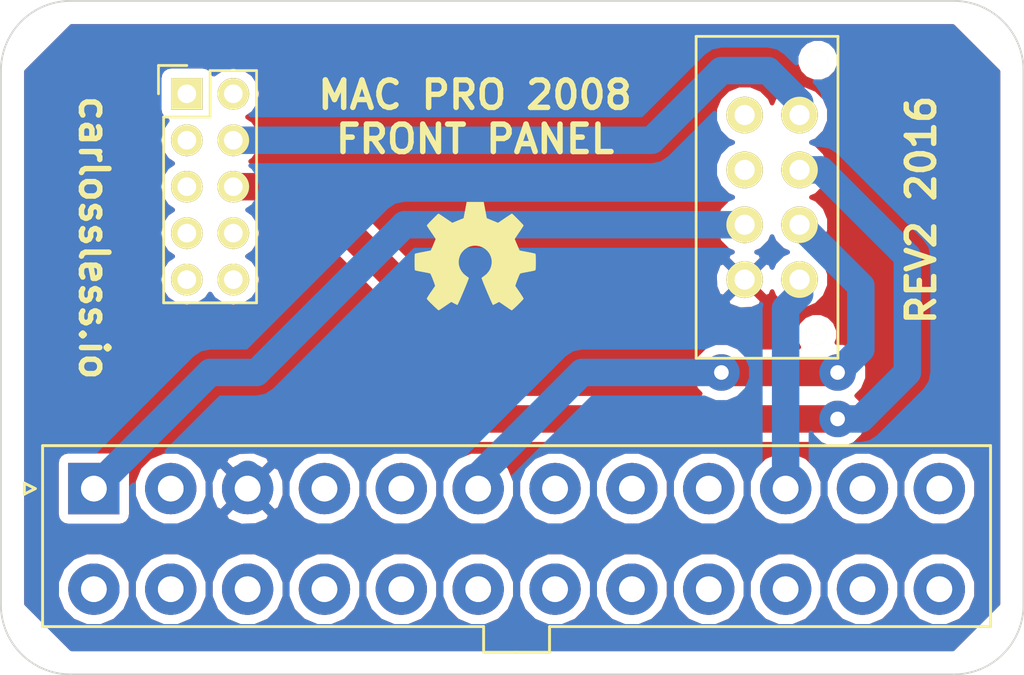
<source format=kicad_pcb>
(kicad_pcb (version 4) (host pcbnew 4.0.4-stable)

  (general
    (links 30)
    (no_connects 0)
    (area 167.589999 61.235 223.570001 99.975)
    (thickness 1.6)
    (drawings 11)
    (tracks 32)
    (zones 0)
    (modules 5)
    (nets 37)
  )

  (page A4)
  (layers
    (0 F.Cu signal)
    (31 B.Cu signal)
    (32 B.Adhes user)
    (33 F.Adhes user)
    (34 B.Paste user)
    (35 F.Paste user)
    (36 B.SilkS user)
    (37 F.SilkS user)
    (38 B.Mask user)
    (39 F.Mask user)
    (40 Dwgs.User user)
    (41 Cmts.User user)
    (42 Eco1.User user)
    (43 Eco2.User user)
    (44 Edge.Cuts user)
    (45 Margin user)
    (46 B.CrtYd user)
    (47 F.CrtYd user)
    (48 B.Fab user)
    (49 F.Fab user)
  )

  (setup
    (last_trace_width 1.5)
    (trace_clearance 0.2)
    (zone_clearance 0.508)
    (zone_45_only no)
    (trace_min 0.2)
    (segment_width 0.2)
    (edge_width 0.1)
    (via_size 2)
    (via_drill 0.8)
    (via_min_size 0.4)
    (via_min_drill 0.3)
    (uvia_size 0.3)
    (uvia_drill 0.1)
    (uvias_allowed no)
    (uvia_min_size 0.2)
    (uvia_min_drill 0.1)
    (pcb_text_width 0.3)
    (pcb_text_size 1.5 1.5)
    (mod_edge_width 0.15)
    (mod_text_size 1 1)
    (mod_text_width 0.15)
    (pad_size 2 2)
    (pad_drill 1.1)
    (pad_to_mask_clearance 0)
    (aux_axis_origin 0 0)
    (visible_elements FFFFFF7F)
    (pcbplotparams
      (layerselection 0x010f0_80000001)
      (usegerberextensions false)
      (excludeedgelayer true)
      (linewidth 0.100000)
      (plotframeref false)
      (viasonmask false)
      (mode 1)
      (useauxorigin false)
      (hpglpennumber 1)
      (hpglpenspeed 20)
      (hpglpendiameter 15)
      (hpglpenoverlay 2)
      (psnegative false)
      (psa4output false)
      (plotreference true)
      (plotvalue true)
      (plotinvisibletext false)
      (padsonsilk false)
      (subtractmaskfromsilk false)
      (outputformat 1)
      (mirror false)
      (drillshape 0)
      (scaleselection 1)
      (outputdirectory ""))
  )

  (net 0 "")
  (net 1 GND)
  (net 2 ATX10_12V)
  (net 3 ATX01_3.3V)
  (net 4 ATX06_5V)
  (net 5 MB_PW+)
  (net 6 MB_MSG-)
  (net 7 "Net-(P4-Pad1)")
  (net 8 "Net-(P4-Pad2)")
  (net 9 "Net-(P4-Pad3)")
  (net 10 "Net-(P4-Pad5)")
  (net 11 "Net-(P4-Pad7)")
  (net 12 "Net-(P4-Pad8)")
  (net 13 "Net-(P4-Pad9)")
  (net 14 "Net-(P4-Pad10)")
  (net 15 ATX02)
  (net 16 ATX04)
  (net 17 ATX_05)
  (net 18 ATX_07)
  (net 19 ATX08)
  (net 20 ATX_09)
  (net 21 ATX_11)
  (net 22 ATX12)
  (net 23 ATX_13)
  (net 24 ATX14)
  (net 25 ATX_15)
  (net 26 ATX16)
  (net 27 ATX_17)
  (net 28 ATX18)
  (net 29 ATX_19)
  (net 30 ATX20)
  (net 31 ATX_21)
  (net 32 ATX22)
  (net 33 ATX_23)
  (net 34 ATX24)
  (net 35 "Net-(P3-Pad3)")
  (net 36 "Net-(P3-Pad4)")

  (net_class Default "This is the default net class."
    (clearance 0.2)
    (trace_width 1.5)
    (via_dia 2)
    (via_drill 0.8)
    (uvia_dia 0.3)
    (uvia_drill 0.1)
    (add_net ATX01_3.3V)
    (add_net ATX02)
    (add_net ATX04)
    (add_net ATX06_5V)
    (add_net ATX08)
    (add_net ATX10_12V)
    (add_net ATX12)
    (add_net ATX14)
    (add_net ATX16)
    (add_net ATX18)
    (add_net ATX20)
    (add_net ATX22)
    (add_net ATX24)
    (add_net ATX_05)
    (add_net ATX_07)
    (add_net ATX_09)
    (add_net ATX_11)
    (add_net ATX_13)
    (add_net ATX_15)
    (add_net ATX_17)
    (add_net ATX_19)
    (add_net ATX_21)
    (add_net ATX_23)
    (add_net GND)
    (add_net MB_MSG-)
    (add_net MB_PW+)
    (add_net "Net-(P3-Pad3)")
    (add_net "Net-(P3-Pad4)")
    (add_net "Net-(P4-Pad1)")
    (add_net "Net-(P4-Pad10)")
    (add_net "Net-(P4-Pad2)")
    (add_net "Net-(P4-Pad3)")
    (add_net "Net-(P4-Pad5)")
    (add_net "Net-(P4-Pad7)")
    (add_net "Net-(P4-Pad8)")
    (add_net "Net-(P4-Pad9)")
  )

  (module Connectors_Molex:Molex_MiniFit-JR-5556-24A_2x12x4.20mm_Straight (layer F.Cu) (tedit 57E7EF03) (tstamp 57E7E409)
    (at 172.72 88.9)
    (descr "Molex Mini-Fit JR, PN:5556-24A, dual row, top entry type, through hole")
    (tags "connector molex mini-fit 5556")
    (path /57E6FC79)
    (fp_text reference P7 (at 23.1 10) (layer F.SilkS) hide
      (effects (font (size 1 1) (thickness 0.15)))
    )
    (fp_text value CONN_02X12 (at 23.1 -4) (layer F.Fab)
      (effects (font (size 1 1) (thickness 0.15)))
    )
    (fp_line (start -2.7 -2.25) (end -2.7 7.45) (layer F.Fab) (width 0.05))
    (fp_line (start -2.7 7.45) (end 48.9 7.45) (layer F.Fab) (width 0.05))
    (fp_line (start 48.9 7.45) (end 48.9 -2.25) (layer F.Fab) (width 0.05))
    (fp_line (start 48.9 -2.25) (end -2.7 -2.25) (layer F.Fab) (width 0.05))
    (fp_line (start 21.4 7.45) (end 21.4 8.85) (layer F.Fab) (width 0.05))
    (fp_line (start 21.4 8.85) (end 24.8 8.85) (layer F.Fab) (width 0.05))
    (fp_line (start 24.8 8.85) (end 24.8 7.45) (layer F.Fab) (width 0.05))
    (fp_line (start -1.75 -1.75) (end -1.75 1.75) (layer F.Fab) (width 0.05))
    (fp_line (start -1.75 1.75) (end 1.75 1.75) (layer F.Fab) (width 0.05))
    (fp_line (start 1.75 1.75) (end 1.75 -1.75) (layer F.Fab) (width 0.05))
    (fp_line (start 1.75 -1.75) (end -1.75 -1.75) (layer F.Fab) (width 0.05))
    (fp_line (start -1.75 7.25) (end -1.75 4.625) (layer F.Fab) (width 0.05))
    (fp_line (start -1.75 4.625) (end -0.875 3.75) (layer F.Fab) (width 0.05))
    (fp_line (start -0.875 3.75) (end 0.875 3.75) (layer F.Fab) (width 0.05))
    (fp_line (start 0.875 3.75) (end 1.75 4.625) (layer F.Fab) (width 0.05))
    (fp_line (start 1.75 4.625) (end 1.75 7.25) (layer F.Fab) (width 0.05))
    (fp_line (start 1.75 7.25) (end -1.75 7.25) (layer F.Fab) (width 0.05))
    (fp_line (start 2.45 3.75) (end 2.45 7.25) (layer F.Fab) (width 0.05))
    (fp_line (start 2.45 7.25) (end 5.95 7.25) (layer F.Fab) (width 0.05))
    (fp_line (start 5.95 7.25) (end 5.95 3.75) (layer F.Fab) (width 0.05))
    (fp_line (start 5.95 3.75) (end 2.45 3.75) (layer F.Fab) (width 0.05))
    (fp_line (start 2.45 1.75) (end 2.45 -0.875) (layer F.Fab) (width 0.05))
    (fp_line (start 2.45 -0.875) (end 3.325 -1.75) (layer F.Fab) (width 0.05))
    (fp_line (start 3.325 -1.75) (end 5.075 -1.75) (layer F.Fab) (width 0.05))
    (fp_line (start 5.075 -1.75) (end 5.95 -0.875) (layer F.Fab) (width 0.05))
    (fp_line (start 5.95 -0.875) (end 5.95 1.75) (layer F.Fab) (width 0.05))
    (fp_line (start 5.95 1.75) (end 2.45 1.75) (layer F.Fab) (width 0.05))
    (fp_line (start 6.65 3.75) (end 6.65 7.25) (layer F.Fab) (width 0.05))
    (fp_line (start 6.65 7.25) (end 10.15 7.25) (layer F.Fab) (width 0.05))
    (fp_line (start 10.15 7.25) (end 10.15 3.75) (layer F.Fab) (width 0.05))
    (fp_line (start 10.15 3.75) (end 6.65 3.75) (layer F.Fab) (width 0.05))
    (fp_line (start 6.65 1.75) (end 6.65 -0.875) (layer F.Fab) (width 0.05))
    (fp_line (start 6.65 -0.875) (end 7.525 -1.75) (layer F.Fab) (width 0.05))
    (fp_line (start 7.525 -1.75) (end 9.275 -1.75) (layer F.Fab) (width 0.05))
    (fp_line (start 9.275 -1.75) (end 10.15 -0.875) (layer F.Fab) (width 0.05))
    (fp_line (start 10.15 -0.875) (end 10.15 1.75) (layer F.Fab) (width 0.05))
    (fp_line (start 10.15 1.75) (end 6.65 1.75) (layer F.Fab) (width 0.05))
    (fp_line (start 10.85 -1.75) (end 10.85 1.75) (layer F.Fab) (width 0.05))
    (fp_line (start 10.85 1.75) (end 14.35 1.75) (layer F.Fab) (width 0.05))
    (fp_line (start 14.35 1.75) (end 14.35 -1.75) (layer F.Fab) (width 0.05))
    (fp_line (start 14.35 -1.75) (end 10.85 -1.75) (layer F.Fab) (width 0.05))
    (fp_line (start 10.85 7.25) (end 10.85 4.625) (layer F.Fab) (width 0.05))
    (fp_line (start 10.85 4.625) (end 11.725 3.75) (layer F.Fab) (width 0.05))
    (fp_line (start 11.725 3.75) (end 13.475 3.75) (layer F.Fab) (width 0.05))
    (fp_line (start 13.475 3.75) (end 14.35 4.625) (layer F.Fab) (width 0.05))
    (fp_line (start 14.35 4.625) (end 14.35 7.25) (layer F.Fab) (width 0.05))
    (fp_line (start 14.35 7.25) (end 10.85 7.25) (layer F.Fab) (width 0.05))
    (fp_line (start 15.05 -1.75) (end 15.05 1.75) (layer F.Fab) (width 0.05))
    (fp_line (start 15.05 1.75) (end 18.55 1.75) (layer F.Fab) (width 0.05))
    (fp_line (start 18.55 1.75) (end 18.55 -1.75) (layer F.Fab) (width 0.05))
    (fp_line (start 18.55 -1.75) (end 15.05 -1.75) (layer F.Fab) (width 0.05))
    (fp_line (start 15.05 7.25) (end 15.05 4.625) (layer F.Fab) (width 0.05))
    (fp_line (start 15.05 4.625) (end 15.925 3.75) (layer F.Fab) (width 0.05))
    (fp_line (start 15.925 3.75) (end 17.675 3.75) (layer F.Fab) (width 0.05))
    (fp_line (start 17.675 3.75) (end 18.55 4.625) (layer F.Fab) (width 0.05))
    (fp_line (start 18.55 4.625) (end 18.55 7.25) (layer F.Fab) (width 0.05))
    (fp_line (start 18.55 7.25) (end 15.05 7.25) (layer F.Fab) (width 0.05))
    (fp_line (start 19.25 3.75) (end 19.25 7.25) (layer F.Fab) (width 0.05))
    (fp_line (start 19.25 7.25) (end 22.75 7.25) (layer F.Fab) (width 0.05))
    (fp_line (start 22.75 7.25) (end 22.75 3.75) (layer F.Fab) (width 0.05))
    (fp_line (start 22.75 3.75) (end 19.25 3.75) (layer F.Fab) (width 0.05))
    (fp_line (start 19.25 1.75) (end 19.25 -0.875) (layer F.Fab) (width 0.05))
    (fp_line (start 19.25 -0.875) (end 20.125 -1.75) (layer F.Fab) (width 0.05))
    (fp_line (start 20.125 -1.75) (end 21.875 -1.75) (layer F.Fab) (width 0.05))
    (fp_line (start 21.875 -1.75) (end 22.75 -0.875) (layer F.Fab) (width 0.05))
    (fp_line (start 22.75 -0.875) (end 22.75 1.75) (layer F.Fab) (width 0.05))
    (fp_line (start 22.75 1.75) (end 19.25 1.75) (layer F.Fab) (width 0.05))
    (fp_line (start 23.45 3.75) (end 23.45 7.25) (layer F.Fab) (width 0.05))
    (fp_line (start 23.45 7.25) (end 26.95 7.25) (layer F.Fab) (width 0.05))
    (fp_line (start 26.95 7.25) (end 26.95 3.75) (layer F.Fab) (width 0.05))
    (fp_line (start 26.95 3.75) (end 23.45 3.75) (layer F.Fab) (width 0.05))
    (fp_line (start 23.45 1.75) (end 23.45 -0.875) (layer F.Fab) (width 0.05))
    (fp_line (start 23.45 -0.875) (end 24.325 -1.75) (layer F.Fab) (width 0.05))
    (fp_line (start 24.325 -1.75) (end 26.075 -1.75) (layer F.Fab) (width 0.05))
    (fp_line (start 26.075 -1.75) (end 26.95 -0.875) (layer F.Fab) (width 0.05))
    (fp_line (start 26.95 -0.875) (end 26.95 1.75) (layer F.Fab) (width 0.05))
    (fp_line (start 26.95 1.75) (end 23.45 1.75) (layer F.Fab) (width 0.05))
    (fp_line (start 27.65 -1.75) (end 27.65 1.75) (layer F.Fab) (width 0.05))
    (fp_line (start 27.65 1.75) (end 31.15 1.75) (layer F.Fab) (width 0.05))
    (fp_line (start 31.15 1.75) (end 31.15 -1.75) (layer F.Fab) (width 0.05))
    (fp_line (start 31.15 -1.75) (end 27.65 -1.75) (layer F.Fab) (width 0.05))
    (fp_line (start 27.65 7.25) (end 27.65 4.625) (layer F.Fab) (width 0.05))
    (fp_line (start 27.65 4.625) (end 28.525 3.75) (layer F.Fab) (width 0.05))
    (fp_line (start 28.525 3.75) (end 30.275 3.75) (layer F.Fab) (width 0.05))
    (fp_line (start 30.275 3.75) (end 31.15 4.625) (layer F.Fab) (width 0.05))
    (fp_line (start 31.15 4.625) (end 31.15 7.25) (layer F.Fab) (width 0.05))
    (fp_line (start 31.15 7.25) (end 27.65 7.25) (layer F.Fab) (width 0.05))
    (fp_line (start 31.85 -1.75) (end 31.85 1.75) (layer F.Fab) (width 0.05))
    (fp_line (start 31.85 1.75) (end 35.35 1.75) (layer F.Fab) (width 0.05))
    (fp_line (start 35.35 1.75) (end 35.35 -1.75) (layer F.Fab) (width 0.05))
    (fp_line (start 35.35 -1.75) (end 31.85 -1.75) (layer F.Fab) (width 0.05))
    (fp_line (start 31.85 7.25) (end 31.85 4.625) (layer F.Fab) (width 0.05))
    (fp_line (start 31.85 4.625) (end 32.725 3.75) (layer F.Fab) (width 0.05))
    (fp_line (start 32.725 3.75) (end 34.475 3.75) (layer F.Fab) (width 0.05))
    (fp_line (start 34.475 3.75) (end 35.35 4.625) (layer F.Fab) (width 0.05))
    (fp_line (start 35.35 4.625) (end 35.35 7.25) (layer F.Fab) (width 0.05))
    (fp_line (start 35.35 7.25) (end 31.85 7.25) (layer F.Fab) (width 0.05))
    (fp_line (start 36.05 3.75) (end 36.05 7.25) (layer F.Fab) (width 0.05))
    (fp_line (start 36.05 7.25) (end 39.55 7.25) (layer F.Fab) (width 0.05))
    (fp_line (start 39.55 7.25) (end 39.55 3.75) (layer F.Fab) (width 0.05))
    (fp_line (start 39.55 3.75) (end 36.05 3.75) (layer F.Fab) (width 0.05))
    (fp_line (start 36.05 1.75) (end 36.05 -0.875) (layer F.Fab) (width 0.05))
    (fp_line (start 36.05 -0.875) (end 36.925 -1.75) (layer F.Fab) (width 0.05))
    (fp_line (start 36.925 -1.75) (end 38.675 -1.75) (layer F.Fab) (width 0.05))
    (fp_line (start 38.675 -1.75) (end 39.55 -0.875) (layer F.Fab) (width 0.05))
    (fp_line (start 39.55 -0.875) (end 39.55 1.75) (layer F.Fab) (width 0.05))
    (fp_line (start 39.55 1.75) (end 36.05 1.75) (layer F.Fab) (width 0.05))
    (fp_line (start 40.25 3.75) (end 40.25 7.25) (layer F.Fab) (width 0.05))
    (fp_line (start 40.25 7.25) (end 43.75 7.25) (layer F.Fab) (width 0.05))
    (fp_line (start 43.75 7.25) (end 43.75 3.75) (layer F.Fab) (width 0.05))
    (fp_line (start 43.75 3.75) (end 40.25 3.75) (layer F.Fab) (width 0.05))
    (fp_line (start 40.25 1.75) (end 40.25 -0.875) (layer F.Fab) (width 0.05))
    (fp_line (start 40.25 -0.875) (end 41.125 -1.75) (layer F.Fab) (width 0.05))
    (fp_line (start 41.125 -1.75) (end 42.875 -1.75) (layer F.Fab) (width 0.05))
    (fp_line (start 42.875 -1.75) (end 43.75 -0.875) (layer F.Fab) (width 0.05))
    (fp_line (start 43.75 -0.875) (end 43.75 1.75) (layer F.Fab) (width 0.05))
    (fp_line (start 43.75 1.75) (end 40.25 1.75) (layer F.Fab) (width 0.05))
    (fp_line (start 44.45 -1.75) (end 44.45 1.75) (layer F.Fab) (width 0.05))
    (fp_line (start 44.45 1.75) (end 47.95 1.75) (layer F.Fab) (width 0.05))
    (fp_line (start 47.95 1.75) (end 47.95 -1.75) (layer F.Fab) (width 0.05))
    (fp_line (start 47.95 -1.75) (end 44.45 -1.75) (layer F.Fab) (width 0.05))
    (fp_line (start 44.45 7.25) (end 44.45 4.625) (layer F.Fab) (width 0.05))
    (fp_line (start 44.45 4.625) (end 45.325 3.75) (layer F.Fab) (width 0.05))
    (fp_line (start 45.325 3.75) (end 47.075 3.75) (layer F.Fab) (width 0.05))
    (fp_line (start 47.075 3.75) (end 47.95 4.625) (layer F.Fab) (width 0.05))
    (fp_line (start 47.95 4.625) (end 47.95 7.25) (layer F.Fab) (width 0.05))
    (fp_line (start 47.95 7.25) (end 44.45 7.25) (layer F.Fab) (width 0.05))
    (fp_line (start 23.1 -2.35) (end -2.8 -2.35) (layer F.SilkS) (width 0.15))
    (fp_line (start -2.8 -2.35) (end -2.8 7.55) (layer F.SilkS) (width 0.15))
    (fp_line (start -2.8 7.55) (end 21.3 7.55) (layer F.SilkS) (width 0.15))
    (fp_line (start 21.3 7.55) (end 21.3 8.95) (layer F.SilkS) (width 0.15))
    (fp_line (start 21.3 8.95) (end 23.1 8.95) (layer F.SilkS) (width 0.15))
    (fp_line (start 23.1 -2.35) (end 49 -2.35) (layer F.SilkS) (width 0.15))
    (fp_line (start 49 -2.35) (end 49 7.55) (layer F.SilkS) (width 0.15))
    (fp_line (start 49 7.55) (end 24.9 7.55) (layer F.SilkS) (width 0.15))
    (fp_line (start 24.9 7.55) (end 24.9 8.95) (layer F.SilkS) (width 0.15))
    (fp_line (start 24.9 8.95) (end 23.1 8.95) (layer F.SilkS) (width 0.15))
    (fp_line (start -3.2 0) (end -3.8 0.3) (layer F.SilkS) (width 0.15))
    (fp_line (start -3.8 0.3) (end -3.8 -0.3) (layer F.SilkS) (width 0.15))
    (fp_line (start -3.8 -0.3) (end -3.2 0) (layer F.SilkS) (width 0.15))
    (fp_line (start -3.2 -2.75) (end -3.2 9.3) (layer F.CrtYd) (width 0.05))
    (fp_line (start -3.2 9.3) (end 49.4 9.3) (layer F.CrtYd) (width 0.05))
    (fp_line (start 49.4 9.3) (end 49.4 -2.75) (layer F.CrtYd) (width 0.05))
    (fp_line (start 49.4 -2.75) (end -3.2 -2.75) (layer F.CrtYd) (width 0.05))
    (pad 1 thru_hole rect (at 0 0) (size 2.8 2.8) (drill 1.4) (layers *.Cu *.Mask)
      (net 3 ATX01_3.3V))
    (pad 2 thru_hole circle (at 4.2 0) (size 2.8 2.8) (drill 1.4) (layers *.Cu *.Mask)
      (net 15 ATX02))
    (pad 3 thru_hole circle (at 8.4 0) (size 2.8 2.8) (drill 1.4) (layers *.Cu *.Mask)
      (net 1 GND))
    (pad 4 thru_hole circle (at 12.6 0) (size 2.8 2.8) (drill 1.4) (layers *.Cu *.Mask)
      (net 16 ATX04))
    (pad 5 thru_hole circle (at 16.8 0) (size 2.8 2.8) (drill 1.4) (layers *.Cu *.Mask)
      (net 17 ATX_05))
    (pad 6 thru_hole circle (at 21 0) (size 2.8 2.8) (drill 1.4) (layers *.Cu *.Mask)
      (net 4 ATX06_5V))
    (pad 7 thru_hole circle (at 25.2 0) (size 2.8 2.8) (drill 1.4) (layers *.Cu *.Mask)
      (net 18 ATX_07))
    (pad 8 thru_hole circle (at 29.4 0) (size 2.8 2.8) (drill 1.4) (layers *.Cu *.Mask)
      (net 19 ATX08))
    (pad 9 thru_hole circle (at 33.6 0) (size 2.8 2.8) (drill 1.4) (layers *.Cu *.Mask)
      (net 20 ATX_09))
    (pad 10 thru_hole circle (at 37.8 0) (size 2.8 2.8) (drill 1.4) (layers *.Cu *.Mask)
      (net 2 ATX10_12V))
    (pad 11 thru_hole circle (at 42 0) (size 2.8 2.8) (drill 1.4) (layers *.Cu *.Mask)
      (net 21 ATX_11))
    (pad 12 thru_hole circle (at 46.2 0) (size 2.8 2.8) (drill 1.4) (layers *.Cu *.Mask)
      (net 22 ATX12))
    (pad 13 thru_hole circle (at 0 5.5) (size 2.8 2.8) (drill 1.4) (layers *.Cu *.Mask)
      (net 23 ATX_13))
    (pad 14 thru_hole circle (at 4.2 5.5) (size 2.8 2.8) (drill 1.4) (layers *.Cu *.Mask)
      (net 24 ATX14))
    (pad 15 thru_hole circle (at 8.4 5.5) (size 2.8 2.8) (drill 1.4) (layers *.Cu *.Mask)
      (net 25 ATX_15))
    (pad 16 thru_hole circle (at 12.6 5.5) (size 2.8 2.8) (drill 1.4) (layers *.Cu *.Mask)
      (net 26 ATX16))
    (pad 17 thru_hole circle (at 16.8 5.5) (size 2.8 2.8) (drill 1.4) (layers *.Cu *.Mask)
      (net 27 ATX_17))
    (pad 18 thru_hole circle (at 21 5.5) (size 2.8 2.8) (drill 1.4) (layers *.Cu *.Mask)
      (net 28 ATX18))
    (pad 19 thru_hole circle (at 25.2 5.5) (size 2.8 2.8) (drill 1.4) (layers *.Cu *.Mask)
      (net 29 ATX_19))
    (pad 20 thru_hole circle (at 29.4 5.5) (size 2.8 2.8) (drill 1.4) (layers *.Cu *.Mask)
      (net 30 ATX20))
    (pad 21 thru_hole circle (at 33.6 5.5) (size 2.8 2.8) (drill 1.4) (layers *.Cu *.Mask)
      (net 31 ATX_21))
    (pad 22 thru_hole circle (at 37.8 5.5) (size 2.8 2.8) (drill 1.4) (layers *.Cu *.Mask)
      (net 32 ATX22))
    (pad 23 thru_hole circle (at 42 5.5) (size 2.8 2.8) (drill 1.4) (layers *.Cu *.Mask)
      (net 33 ATX_23))
    (pad 24 thru_hole circle (at 46.2 5.5) (size 2.8 2.8) (drill 1.4) (layers *.Cu *.Mask)
      (net 34 ATX24))
    (model Connectors_Molex.3dshapes/Molex_MiniFit-JR-5556-24A_2x12x4.20mm_Straight.wrl
      (at (xyz 0 0 0))
      (scale (xyz 1 1 1))
      (rotate (xyz 0 0 0))
    )
  )

  (module Connectors_Molex:Molex_MiniFit-JR-5556-24A_2x12x4.20mm_Straight (layer F.Cu) (tedit 57E7EED5) (tstamp 57E7E425)
    (at 172.72 88.9)
    (descr "Molex Mini-Fit JR, PN:5556-24A, dual row, top entry type, through hole")
    (tags "connector molex mini-fit 5556")
    (path /57E6E552)
    (fp_text reference P8 (at 23.1 10) (layer F.SilkS) hide
      (effects (font (size 1 1) (thickness 0.15)))
    )
    (fp_text value CONN_02X12 (at 23.1 -4) (layer F.Fab)
      (effects (font (size 1 1) (thickness 0.15)))
    )
    (fp_line (start -2.7 -2.25) (end -2.7 7.45) (layer F.Fab) (width 0.05))
    (fp_line (start -2.7 7.45) (end 48.9 7.45) (layer F.Fab) (width 0.05))
    (fp_line (start 48.9 7.45) (end 48.9 -2.25) (layer F.Fab) (width 0.05))
    (fp_line (start 48.9 -2.25) (end -2.7 -2.25) (layer F.Fab) (width 0.05))
    (fp_line (start 21.4 7.45) (end 21.4 8.85) (layer F.Fab) (width 0.05))
    (fp_line (start 21.4 8.85) (end 24.8 8.85) (layer F.Fab) (width 0.05))
    (fp_line (start 24.8 8.85) (end 24.8 7.45) (layer F.Fab) (width 0.05))
    (fp_line (start -1.75 -1.75) (end -1.75 1.75) (layer F.Fab) (width 0.05))
    (fp_line (start -1.75 1.75) (end 1.75 1.75) (layer F.Fab) (width 0.05))
    (fp_line (start 1.75 1.75) (end 1.75 -1.75) (layer F.Fab) (width 0.05))
    (fp_line (start 1.75 -1.75) (end -1.75 -1.75) (layer F.Fab) (width 0.05))
    (fp_line (start -1.75 7.25) (end -1.75 4.625) (layer F.Fab) (width 0.05))
    (fp_line (start -1.75 4.625) (end -0.875 3.75) (layer F.Fab) (width 0.05))
    (fp_line (start -0.875 3.75) (end 0.875 3.75) (layer F.Fab) (width 0.05))
    (fp_line (start 0.875 3.75) (end 1.75 4.625) (layer F.Fab) (width 0.05))
    (fp_line (start 1.75 4.625) (end 1.75 7.25) (layer F.Fab) (width 0.05))
    (fp_line (start 1.75 7.25) (end -1.75 7.25) (layer F.Fab) (width 0.05))
    (fp_line (start 2.45 3.75) (end 2.45 7.25) (layer F.Fab) (width 0.05))
    (fp_line (start 2.45 7.25) (end 5.95 7.25) (layer F.Fab) (width 0.05))
    (fp_line (start 5.95 7.25) (end 5.95 3.75) (layer F.Fab) (width 0.05))
    (fp_line (start 5.95 3.75) (end 2.45 3.75) (layer F.Fab) (width 0.05))
    (fp_line (start 2.45 1.75) (end 2.45 -0.875) (layer F.Fab) (width 0.05))
    (fp_line (start 2.45 -0.875) (end 3.325 -1.75) (layer F.Fab) (width 0.05))
    (fp_line (start 3.325 -1.75) (end 5.075 -1.75) (layer F.Fab) (width 0.05))
    (fp_line (start 5.075 -1.75) (end 5.95 -0.875) (layer F.Fab) (width 0.05))
    (fp_line (start 5.95 -0.875) (end 5.95 1.75) (layer F.Fab) (width 0.05))
    (fp_line (start 5.95 1.75) (end 2.45 1.75) (layer F.Fab) (width 0.05))
    (fp_line (start 6.65 3.75) (end 6.65 7.25) (layer F.Fab) (width 0.05))
    (fp_line (start 6.65 7.25) (end 10.15 7.25) (layer F.Fab) (width 0.05))
    (fp_line (start 10.15 7.25) (end 10.15 3.75) (layer F.Fab) (width 0.05))
    (fp_line (start 10.15 3.75) (end 6.65 3.75) (layer F.Fab) (width 0.05))
    (fp_line (start 6.65 1.75) (end 6.65 -0.875) (layer F.Fab) (width 0.05))
    (fp_line (start 6.65 -0.875) (end 7.525 -1.75) (layer F.Fab) (width 0.05))
    (fp_line (start 7.525 -1.75) (end 9.275 -1.75) (layer F.Fab) (width 0.05))
    (fp_line (start 9.275 -1.75) (end 10.15 -0.875) (layer F.Fab) (width 0.05))
    (fp_line (start 10.15 -0.875) (end 10.15 1.75) (layer F.Fab) (width 0.05))
    (fp_line (start 10.15 1.75) (end 6.65 1.75) (layer F.Fab) (width 0.05))
    (fp_line (start 10.85 -1.75) (end 10.85 1.75) (layer F.Fab) (width 0.05))
    (fp_line (start 10.85 1.75) (end 14.35 1.75) (layer F.Fab) (width 0.05))
    (fp_line (start 14.35 1.75) (end 14.35 -1.75) (layer F.Fab) (width 0.05))
    (fp_line (start 14.35 -1.75) (end 10.85 -1.75) (layer F.Fab) (width 0.05))
    (fp_line (start 10.85 7.25) (end 10.85 4.625) (layer F.Fab) (width 0.05))
    (fp_line (start 10.85 4.625) (end 11.725 3.75) (layer F.Fab) (width 0.05))
    (fp_line (start 11.725 3.75) (end 13.475 3.75) (layer F.Fab) (width 0.05))
    (fp_line (start 13.475 3.75) (end 14.35 4.625) (layer F.Fab) (width 0.05))
    (fp_line (start 14.35 4.625) (end 14.35 7.25) (layer F.Fab) (width 0.05))
    (fp_line (start 14.35 7.25) (end 10.85 7.25) (layer F.Fab) (width 0.05))
    (fp_line (start 15.05 -1.75) (end 15.05 1.75) (layer F.Fab) (width 0.05))
    (fp_line (start 15.05 1.75) (end 18.55 1.75) (layer F.Fab) (width 0.05))
    (fp_line (start 18.55 1.75) (end 18.55 -1.75) (layer F.Fab) (width 0.05))
    (fp_line (start 18.55 -1.75) (end 15.05 -1.75) (layer F.Fab) (width 0.05))
    (fp_line (start 15.05 7.25) (end 15.05 4.625) (layer F.Fab) (width 0.05))
    (fp_line (start 15.05 4.625) (end 15.925 3.75) (layer F.Fab) (width 0.05))
    (fp_line (start 15.925 3.75) (end 17.675 3.75) (layer F.Fab) (width 0.05))
    (fp_line (start 17.675 3.75) (end 18.55 4.625) (layer F.Fab) (width 0.05))
    (fp_line (start 18.55 4.625) (end 18.55 7.25) (layer F.Fab) (width 0.05))
    (fp_line (start 18.55 7.25) (end 15.05 7.25) (layer F.Fab) (width 0.05))
    (fp_line (start 19.25 3.75) (end 19.25 7.25) (layer F.Fab) (width 0.05))
    (fp_line (start 19.25 7.25) (end 22.75 7.25) (layer F.Fab) (width 0.05))
    (fp_line (start 22.75 7.25) (end 22.75 3.75) (layer F.Fab) (width 0.05))
    (fp_line (start 22.75 3.75) (end 19.25 3.75) (layer F.Fab) (width 0.05))
    (fp_line (start 19.25 1.75) (end 19.25 -0.875) (layer F.Fab) (width 0.05))
    (fp_line (start 19.25 -0.875) (end 20.125 -1.75) (layer F.Fab) (width 0.05))
    (fp_line (start 20.125 -1.75) (end 21.875 -1.75) (layer F.Fab) (width 0.05))
    (fp_line (start 21.875 -1.75) (end 22.75 -0.875) (layer F.Fab) (width 0.05))
    (fp_line (start 22.75 -0.875) (end 22.75 1.75) (layer F.Fab) (width 0.05))
    (fp_line (start 22.75 1.75) (end 19.25 1.75) (layer F.Fab) (width 0.05))
    (fp_line (start 23.45 3.75) (end 23.45 7.25) (layer F.Fab) (width 0.05))
    (fp_line (start 23.45 7.25) (end 26.95 7.25) (layer F.Fab) (width 0.05))
    (fp_line (start 26.95 7.25) (end 26.95 3.75) (layer F.Fab) (width 0.05))
    (fp_line (start 26.95 3.75) (end 23.45 3.75) (layer F.Fab) (width 0.05))
    (fp_line (start 23.45 1.75) (end 23.45 -0.875) (layer F.Fab) (width 0.05))
    (fp_line (start 23.45 -0.875) (end 24.325 -1.75) (layer F.Fab) (width 0.05))
    (fp_line (start 24.325 -1.75) (end 26.075 -1.75) (layer F.Fab) (width 0.05))
    (fp_line (start 26.075 -1.75) (end 26.95 -0.875) (layer F.Fab) (width 0.05))
    (fp_line (start 26.95 -0.875) (end 26.95 1.75) (layer F.Fab) (width 0.05))
    (fp_line (start 26.95 1.75) (end 23.45 1.75) (layer F.Fab) (width 0.05))
    (fp_line (start 27.65 -1.75) (end 27.65 1.75) (layer F.Fab) (width 0.05))
    (fp_line (start 27.65 1.75) (end 31.15 1.75) (layer F.Fab) (width 0.05))
    (fp_line (start 31.15 1.75) (end 31.15 -1.75) (layer F.Fab) (width 0.05))
    (fp_line (start 31.15 -1.75) (end 27.65 -1.75) (layer F.Fab) (width 0.05))
    (fp_line (start 27.65 7.25) (end 27.65 4.625) (layer F.Fab) (width 0.05))
    (fp_line (start 27.65 4.625) (end 28.525 3.75) (layer F.Fab) (width 0.05))
    (fp_line (start 28.525 3.75) (end 30.275 3.75) (layer F.Fab) (width 0.05))
    (fp_line (start 30.275 3.75) (end 31.15 4.625) (layer F.Fab) (width 0.05))
    (fp_line (start 31.15 4.625) (end 31.15 7.25) (layer F.Fab) (width 0.05))
    (fp_line (start 31.15 7.25) (end 27.65 7.25) (layer F.Fab) (width 0.05))
    (fp_line (start 31.85 -1.75) (end 31.85 1.75) (layer F.Fab) (width 0.05))
    (fp_line (start 31.85 1.75) (end 35.35 1.75) (layer F.Fab) (width 0.05))
    (fp_line (start 35.35 1.75) (end 35.35 -1.75) (layer F.Fab) (width 0.05))
    (fp_line (start 35.35 -1.75) (end 31.85 -1.75) (layer F.Fab) (width 0.05))
    (fp_line (start 31.85 7.25) (end 31.85 4.625) (layer F.Fab) (width 0.05))
    (fp_line (start 31.85 4.625) (end 32.725 3.75) (layer F.Fab) (width 0.05))
    (fp_line (start 32.725 3.75) (end 34.475 3.75) (layer F.Fab) (width 0.05))
    (fp_line (start 34.475 3.75) (end 35.35 4.625) (layer F.Fab) (width 0.05))
    (fp_line (start 35.35 4.625) (end 35.35 7.25) (layer F.Fab) (width 0.05))
    (fp_line (start 35.35 7.25) (end 31.85 7.25) (layer F.Fab) (width 0.05))
    (fp_line (start 36.05 3.75) (end 36.05 7.25) (layer F.Fab) (width 0.05))
    (fp_line (start 36.05 7.25) (end 39.55 7.25) (layer F.Fab) (width 0.05))
    (fp_line (start 39.55 7.25) (end 39.55 3.75) (layer F.Fab) (width 0.05))
    (fp_line (start 39.55 3.75) (end 36.05 3.75) (layer F.Fab) (width 0.05))
    (fp_line (start 36.05 1.75) (end 36.05 -0.875) (layer F.Fab) (width 0.05))
    (fp_line (start 36.05 -0.875) (end 36.925 -1.75) (layer F.Fab) (width 0.05))
    (fp_line (start 36.925 -1.75) (end 38.675 -1.75) (layer F.Fab) (width 0.05))
    (fp_line (start 38.675 -1.75) (end 39.55 -0.875) (layer F.Fab) (width 0.05))
    (fp_line (start 39.55 -0.875) (end 39.55 1.75) (layer F.Fab) (width 0.05))
    (fp_line (start 39.55 1.75) (end 36.05 1.75) (layer F.Fab) (width 0.05))
    (fp_line (start 40.25 3.75) (end 40.25 7.25) (layer F.Fab) (width 0.05))
    (fp_line (start 40.25 7.25) (end 43.75 7.25) (layer F.Fab) (width 0.05))
    (fp_line (start 43.75 7.25) (end 43.75 3.75) (layer F.Fab) (width 0.05))
    (fp_line (start 43.75 3.75) (end 40.25 3.75) (layer F.Fab) (width 0.05))
    (fp_line (start 40.25 1.75) (end 40.25 -0.875) (layer F.Fab) (width 0.05))
    (fp_line (start 40.25 -0.875) (end 41.125 -1.75) (layer F.Fab) (width 0.05))
    (fp_line (start 41.125 -1.75) (end 42.875 -1.75) (layer F.Fab) (width 0.05))
    (fp_line (start 42.875 -1.75) (end 43.75 -0.875) (layer F.Fab) (width 0.05))
    (fp_line (start 43.75 -0.875) (end 43.75 1.75) (layer F.Fab) (width 0.05))
    (fp_line (start 43.75 1.75) (end 40.25 1.75) (layer F.Fab) (width 0.05))
    (fp_line (start 44.45 -1.75) (end 44.45 1.75) (layer F.Fab) (width 0.05))
    (fp_line (start 44.45 1.75) (end 47.95 1.75) (layer F.Fab) (width 0.05))
    (fp_line (start 47.95 1.75) (end 47.95 -1.75) (layer F.Fab) (width 0.05))
    (fp_line (start 47.95 -1.75) (end 44.45 -1.75) (layer F.Fab) (width 0.05))
    (fp_line (start 44.45 7.25) (end 44.45 4.625) (layer F.Fab) (width 0.05))
    (fp_line (start 44.45 4.625) (end 45.325 3.75) (layer F.Fab) (width 0.05))
    (fp_line (start 45.325 3.75) (end 47.075 3.75) (layer F.Fab) (width 0.05))
    (fp_line (start 47.075 3.75) (end 47.95 4.625) (layer F.Fab) (width 0.05))
    (fp_line (start 47.95 4.625) (end 47.95 7.25) (layer F.Fab) (width 0.05))
    (fp_line (start 47.95 7.25) (end 44.45 7.25) (layer F.Fab) (width 0.05))
    (fp_line (start 23.1 -2.35) (end -2.8 -2.35) (layer F.SilkS) (width 0.15))
    (fp_line (start -2.8 -2.35) (end -2.8 7.55) (layer F.SilkS) (width 0.15))
    (fp_line (start -2.8 7.55) (end 21.3 7.55) (layer F.SilkS) (width 0.15))
    (fp_line (start 21.3 7.55) (end 21.3 8.95) (layer F.SilkS) (width 0.15))
    (fp_line (start 21.3 8.95) (end 23.1 8.95) (layer F.SilkS) (width 0.15))
    (fp_line (start 23.1 -2.35) (end 49 -2.35) (layer F.SilkS) (width 0.15))
    (fp_line (start 49 -2.35) (end 49 7.55) (layer F.SilkS) (width 0.15))
    (fp_line (start 49 7.55) (end 24.9 7.55) (layer F.SilkS) (width 0.15))
    (fp_line (start 24.9 7.55) (end 24.9 8.95) (layer F.SilkS) (width 0.15))
    (fp_line (start 24.9 8.95) (end 23.1 8.95) (layer F.SilkS) (width 0.15))
    (fp_line (start -3.2 0) (end -3.8 0.3) (layer F.SilkS) (width 0.15))
    (fp_line (start -3.8 0.3) (end -3.8 -0.3) (layer F.SilkS) (width 0.15))
    (fp_line (start -3.8 -0.3) (end -3.2 0) (layer F.SilkS) (width 0.15))
    (fp_line (start -3.2 -2.75) (end -3.2 9.3) (layer F.CrtYd) (width 0.05))
    (fp_line (start -3.2 9.3) (end 49.4 9.3) (layer F.CrtYd) (width 0.05))
    (fp_line (start 49.4 9.3) (end 49.4 -2.75) (layer F.CrtYd) (width 0.05))
    (fp_line (start 49.4 -2.75) (end -3.2 -2.75) (layer F.CrtYd) (width 0.05))
    (pad 1 thru_hole rect (at 0 0) (size 2.8 2.8) (drill 1.4) (layers *.Cu *.Mask)
      (net 3 ATX01_3.3V))
    (pad 2 thru_hole circle (at 4.2 0) (size 2.8 2.8) (drill 1.4) (layers *.Cu *.Mask)
      (net 15 ATX02))
    (pad 3 thru_hole circle (at 8.4 0) (size 2.8 2.8) (drill 1.4) (layers *.Cu *.Mask)
      (net 1 GND))
    (pad 4 thru_hole circle (at 12.6 0) (size 2.8 2.8) (drill 1.4) (layers *.Cu *.Mask)
      (net 16 ATX04))
    (pad 5 thru_hole circle (at 16.8 0) (size 2.8 2.8) (drill 1.4) (layers *.Cu *.Mask)
      (net 17 ATX_05))
    (pad 6 thru_hole circle (at 21 0) (size 2.8 2.8) (drill 1.4) (layers *.Cu *.Mask)
      (net 4 ATX06_5V))
    (pad 7 thru_hole circle (at 25.2 0) (size 2.8 2.8) (drill 1.4) (layers *.Cu *.Mask)
      (net 18 ATX_07))
    (pad 8 thru_hole circle (at 29.4 0) (size 2.8 2.8) (drill 1.4) (layers *.Cu *.Mask)
      (net 19 ATX08))
    (pad 9 thru_hole circle (at 33.6 0) (size 2.8 2.8) (drill 1.4) (layers *.Cu *.Mask)
      (net 20 ATX_09))
    (pad 10 thru_hole circle (at 37.8 0) (size 2.8 2.8) (drill 1.4) (layers *.Cu *.Mask)
      (net 2 ATX10_12V))
    (pad 11 thru_hole circle (at 42 0) (size 2.8 2.8) (drill 1.4) (layers *.Cu *.Mask)
      (net 21 ATX_11))
    (pad 12 thru_hole circle (at 46.2 0) (size 2.8 2.8) (drill 1.4) (layers *.Cu *.Mask)
      (net 22 ATX12))
    (pad 13 thru_hole circle (at 0 5.5) (size 2.8 2.8) (drill 1.4) (layers *.Cu *.Mask)
      (net 23 ATX_13))
    (pad 14 thru_hole circle (at 4.2 5.5) (size 2.8 2.8) (drill 1.4) (layers *.Cu *.Mask)
      (net 24 ATX14))
    (pad 15 thru_hole circle (at 8.4 5.5) (size 2.8 2.8) (drill 1.4) (layers *.Cu *.Mask)
      (net 25 ATX_15))
    (pad 16 thru_hole circle (at 12.6 5.5) (size 2.8 2.8) (drill 1.4) (layers *.Cu *.Mask)
      (net 26 ATX16))
    (pad 17 thru_hole circle (at 16.8 5.5) (size 2.8 2.8) (drill 1.4) (layers *.Cu *.Mask)
      (net 27 ATX_17))
    (pad 18 thru_hole circle (at 21 5.5) (size 2.8 2.8) (drill 1.4) (layers *.Cu *.Mask)
      (net 28 ATX18))
    (pad 19 thru_hole circle (at 25.2 5.5) (size 2.8 2.8) (drill 1.4) (layers *.Cu *.Mask)
      (net 29 ATX_19))
    (pad 20 thru_hole circle (at 29.4 5.5) (size 2.8 2.8) (drill 1.4) (layers *.Cu *.Mask)
      (net 30 ATX20))
    (pad 21 thru_hole circle (at 33.6 5.5) (size 2.8 2.8) (drill 1.4) (layers *.Cu *.Mask)
      (net 31 ATX_21))
    (pad 22 thru_hole circle (at 37.8 5.5) (size 2.8 2.8) (drill 1.4) (layers *.Cu *.Mask)
      (net 32 ATX22))
    (pad 23 thru_hole circle (at 42 5.5) (size 2.8 2.8) (drill 1.4) (layers *.Cu *.Mask)
      (net 33 ATX_23))
    (pad 24 thru_hole circle (at 46.2 5.5) (size 2.8 2.8) (drill 1.4) (layers *.Cu *.Mask)
      (net 34 ATX24))
    (model Connectors_Molex.3dshapes/Molex_MiniFit-JR-5556-24A_2x12x4.20mm_Straight.wrl
      (at (xyz 0 0 0))
      (scale (xyz 1 1 1))
      (rotate (xyz 0 0 0))
    )
  )

  (module Pin_Headers:Pin_Header_Straight_2x05 (layer F.Cu) (tedit 57E7EEB9) (tstamp 57E7E3D2)
    (at 177.8 67.31)
    (descr "Through hole pin header")
    (tags "pin header")
    (path /57E6E596)
    (fp_text reference P4 (at 0 -5.1) (layer F.SilkS) hide
      (effects (font (size 1 1) (thickness 0.15)))
    )
    (fp_text value CONN_02X05 (at 0 -3.1) (layer F.Fab)
      (effects (font (size 1 1) (thickness 0.15)))
    )
    (fp_line (start -1.75 -1.75) (end -1.75 11.95) (layer F.CrtYd) (width 0.05))
    (fp_line (start 4.3 -1.75) (end 4.3 11.95) (layer F.CrtYd) (width 0.05))
    (fp_line (start -1.75 -1.75) (end 4.3 -1.75) (layer F.CrtYd) (width 0.05))
    (fp_line (start -1.75 11.95) (end 4.3 11.95) (layer F.CrtYd) (width 0.05))
    (fp_line (start 3.81 -1.27) (end 3.81 11.43) (layer F.SilkS) (width 0.15))
    (fp_line (start 3.81 11.43) (end -1.27 11.43) (layer F.SilkS) (width 0.15))
    (fp_line (start -1.27 11.43) (end -1.27 1.27) (layer F.SilkS) (width 0.15))
    (fp_line (start 3.81 -1.27) (end 1.27 -1.27) (layer F.SilkS) (width 0.15))
    (fp_line (start 0 -1.55) (end -1.55 -1.55) (layer F.SilkS) (width 0.15))
    (fp_line (start 1.27 -1.27) (end 1.27 1.27) (layer F.SilkS) (width 0.15))
    (fp_line (start 1.27 1.27) (end -1.27 1.27) (layer F.SilkS) (width 0.15))
    (fp_line (start -1.55 -1.55) (end -1.55 0) (layer F.SilkS) (width 0.15))
    (pad 1 thru_hole rect (at 0 0) (size 1.7272 1.7272) (drill 1.016) (layers *.Cu *.Mask F.SilkS)
      (net 7 "Net-(P4-Pad1)"))
    (pad 2 thru_hole oval (at 2.54 0) (size 1.7272 1.7272) (drill 1.016) (layers *.Cu *.Mask F.SilkS)
      (net 8 "Net-(P4-Pad2)"))
    (pad 3 thru_hole oval (at 0 2.54) (size 1.7272 1.7272) (drill 1.016) (layers *.Cu *.Mask F.SilkS)
      (net 9 "Net-(P4-Pad3)"))
    (pad 4 thru_hole oval (at 2.54 2.54) (size 1.7272 1.7272) (drill 1.016) (layers *.Cu *.Mask F.SilkS)
      (net 6 MB_MSG-))
    (pad 5 thru_hole oval (at 0 5.08) (size 1.7272 1.7272) (drill 1.016) (layers *.Cu *.Mask F.SilkS)
      (net 10 "Net-(P4-Pad5)"))
    (pad 6 thru_hole oval (at 2.54 5.08) (size 1.7272 1.7272) (drill 1.016) (layers *.Cu *.Mask F.SilkS)
      (net 5 MB_PW+))
    (pad 7 thru_hole oval (at 0 7.62) (size 1.7272 1.7272) (drill 1.016) (layers *.Cu *.Mask F.SilkS)
      (net 11 "Net-(P4-Pad7)"))
    (pad 8 thru_hole oval (at 2.54 7.62) (size 1.7272 1.7272) (drill 1.016) (layers *.Cu *.Mask F.SilkS)
      (net 12 "Net-(P4-Pad8)"))
    (pad 9 thru_hole oval (at 0 10.16) (size 1.7272 1.7272) (drill 1.016) (layers *.Cu *.Mask F.SilkS)
      (net 13 "Net-(P4-Pad9)"))
    (pad 10 thru_hole oval (at 2.54 10.16) (size 1.7272 1.7272) (drill 1.016) (layers *.Cu *.Mask F.SilkS)
      (net 14 "Net-(P4-Pad10)"))
    (model Pin_Headers.3dshapes/Pin_Header_Straight_2x05.wrl
      (at (xyz 0.05 -0.2 0))
      (scale (xyz 1 1 1))
      (rotate (xyz 0 0 90))
    )
  )

  (module Symbols:OSHW-Symbol_6.7x6mm_SilkScreen (layer F.Cu) (tedit 0) (tstamp 57E80A91)
    (at 193.548 76.2)
    (descr "Open Source Hardware Symbol")
    (tags "Logo Symbol OSHW")
    (attr virtual)
    (fp_text reference REF*** (at 0 0) (layer F.SilkS) hide
      (effects (font (size 1 1) (thickness 0.15)))
    )
    (fp_text value OSHW-Symbol_6.7x6mm_SilkScreen (at 0.75 0) (layer F.Fab) hide
      (effects (font (size 1 1) (thickness 0.15)))
    )
    (fp_poly (pts (xy 0.555814 -2.531069) (xy 0.639635 -2.086445) (xy 0.94892 -1.958947) (xy 1.258206 -1.831449)
      (xy 1.629246 -2.083754) (xy 1.733157 -2.154004) (xy 1.827087 -2.216728) (xy 1.906652 -2.269062)
      (xy 1.96747 -2.308143) (xy 2.005157 -2.331107) (xy 2.015421 -2.336058) (xy 2.03391 -2.323324)
      (xy 2.07342 -2.288118) (xy 2.129522 -2.234938) (xy 2.197787 -2.168282) (xy 2.273786 -2.092646)
      (xy 2.353092 -2.012528) (xy 2.431275 -1.932426) (xy 2.503907 -1.856836) (xy 2.566559 -1.790255)
      (xy 2.614803 -1.737182) (xy 2.64421 -1.702113) (xy 2.651241 -1.690377) (xy 2.641123 -1.66874)
      (xy 2.612759 -1.621338) (xy 2.569129 -1.552807) (xy 2.513218 -1.467785) (xy 2.448006 -1.370907)
      (xy 2.410219 -1.31565) (xy 2.341343 -1.214752) (xy 2.28014 -1.123701) (xy 2.229578 -1.04703)
      (xy 2.192628 -0.989272) (xy 2.172258 -0.954957) (xy 2.169197 -0.947746) (xy 2.176136 -0.927252)
      (xy 2.195051 -0.879487) (xy 2.223087 -0.811168) (xy 2.257391 -0.729011) (xy 2.295109 -0.63973)
      (xy 2.333387 -0.550042) (xy 2.36937 -0.466662) (xy 2.400206 -0.396306) (xy 2.423039 -0.34569)
      (xy 2.435017 -0.321529) (xy 2.435724 -0.320578) (xy 2.454531 -0.315964) (xy 2.504618 -0.305672)
      (xy 2.580793 -0.290713) (xy 2.677865 -0.272099) (xy 2.790643 -0.250841) (xy 2.856442 -0.238582)
      (xy 2.97695 -0.215638) (xy 3.085797 -0.193805) (xy 3.177476 -0.174278) (xy 3.246481 -0.158252)
      (xy 3.287304 -0.146921) (xy 3.295511 -0.143326) (xy 3.303548 -0.118994) (xy 3.310033 -0.064041)
      (xy 3.31497 0.015108) (xy 3.318364 0.112026) (xy 3.320218 0.220287) (xy 3.320538 0.333465)
      (xy 3.319327 0.445135) (xy 3.31659 0.548868) (xy 3.312331 0.638241) (xy 3.306555 0.706826)
      (xy 3.299267 0.748197) (xy 3.294895 0.75681) (xy 3.268764 0.767133) (xy 3.213393 0.781892)
      (xy 3.136107 0.799352) (xy 3.04423 0.81778) (xy 3.012158 0.823741) (xy 2.857524 0.852066)
      (xy 2.735375 0.874876) (xy 2.641673 0.89308) (xy 2.572384 0.907583) (xy 2.523471 0.919292)
      (xy 2.490897 0.929115) (xy 2.470628 0.937956) (xy 2.458626 0.946724) (xy 2.456947 0.948457)
      (xy 2.440184 0.976371) (xy 2.414614 1.030695) (xy 2.382788 1.104777) (xy 2.34726 1.191965)
      (xy 2.310583 1.285608) (xy 2.275311 1.379052) (xy 2.243996 1.465647) (xy 2.219193 1.53874)
      (xy 2.203454 1.591678) (xy 2.199332 1.617811) (xy 2.199676 1.618726) (xy 2.213641 1.640086)
      (xy 2.245322 1.687084) (xy 2.291391 1.754827) (xy 2.348518 1.838423) (xy 2.413373 1.932982)
      (xy 2.431843 1.959854) (xy 2.497699 2.057275) (xy 2.55565 2.146163) (xy 2.602538 2.221412)
      (xy 2.635207 2.27792) (xy 2.6505 2.310581) (xy 2.651241 2.314593) (xy 2.638392 2.335684)
      (xy 2.602888 2.377464) (xy 2.549293 2.435445) (xy 2.482171 2.505135) (xy 2.406087 2.582045)
      (xy 2.325604 2.661683) (xy 2.245287 2.739561) (xy 2.169699 2.811186) (xy 2.103405 2.87207)
      (xy 2.050969 2.917721) (xy 2.016955 2.94365) (xy 2.007545 2.947883) (xy 1.985643 2.937912)
      (xy 1.9408 2.91102) (xy 1.880321 2.871736) (xy 1.833789 2.840117) (xy 1.749475 2.782098)
      (xy 1.649626 2.713784) (xy 1.549473 2.645579) (xy 1.495627 2.609075) (xy 1.313371 2.4858)
      (xy 1.160381 2.56852) (xy 1.090682 2.604759) (xy 1.031414 2.632926) (xy 0.991311 2.648991)
      (xy 0.981103 2.651226) (xy 0.968829 2.634722) (xy 0.944613 2.588082) (xy 0.910263 2.515609)
      (xy 0.867588 2.421606) (xy 0.818394 2.310374) (xy 0.76449 2.186215) (xy 0.707684 2.053432)
      (xy 0.649782 1.916327) (xy 0.592593 1.779202) (xy 0.537924 1.646358) (xy 0.487584 1.522098)
      (xy 0.44338 1.410725) (xy 0.407119 1.316539) (xy 0.380609 1.243844) (xy 0.365658 1.196941)
      (xy 0.363254 1.180833) (xy 0.382311 1.160286) (xy 0.424036 1.126933) (xy 0.479706 1.087702)
      (xy 0.484378 1.084599) (xy 0.628264 0.969423) (xy 0.744283 0.835053) (xy 0.83143 0.685784)
      (xy 0.888699 0.525913) (xy 0.915086 0.359737) (xy 0.909585 0.191552) (xy 0.87119 0.025655)
      (xy 0.798895 -0.133658) (xy 0.777626 -0.168513) (xy 0.666996 -0.309263) (xy 0.536302 -0.422286)
      (xy 0.390064 -0.506997) (xy 0.232808 -0.562806) (xy 0.069057 -0.589126) (xy -0.096667 -0.58537)
      (xy -0.259838 -0.55095) (xy -0.415935 -0.485277) (xy -0.560433 -0.387765) (xy -0.605131 -0.348187)
      (xy -0.718888 -0.224297) (xy -0.801782 -0.093876) (xy -0.858644 0.052315) (xy -0.890313 0.197088)
      (xy -0.898131 0.35986) (xy -0.872062 0.52344) (xy -0.814755 0.682298) (xy -0.728856 0.830906)
      (xy -0.617014 0.963735) (xy -0.481877 1.075256) (xy -0.464117 1.087011) (xy -0.40785 1.125508)
      (xy -0.365077 1.158863) (xy -0.344628 1.18016) (xy -0.344331 1.180833) (xy -0.348721 1.203871)
      (xy -0.366124 1.256157) (xy -0.394732 1.33339) (xy -0.432735 1.431268) (xy -0.478326 1.545491)
      (xy -0.529697 1.671758) (xy -0.585038 1.805767) (xy -0.642542 1.943218) (xy -0.700399 2.079808)
      (xy -0.756802 2.211237) (xy -0.809942 2.333205) (xy -0.85801 2.441409) (xy -0.899199 2.531549)
      (xy -0.931699 2.599323) (xy -0.953703 2.64043) (xy -0.962564 2.651226) (xy -0.98964 2.642819)
      (xy -1.040303 2.620272) (xy -1.105817 2.587613) (xy -1.141841 2.56852) (xy -1.294832 2.4858)
      (xy -1.477088 2.609075) (xy -1.570125 2.672228) (xy -1.671985 2.741727) (xy -1.767438 2.807165)
      (xy -1.81525 2.840117) (xy -1.882495 2.885273) (xy -1.939436 2.921057) (xy -1.978646 2.942938)
      (xy -1.991381 2.947563) (xy -2.009917 2.935085) (xy -2.050941 2.900252) (xy -2.110475 2.846678)
      (xy -2.184542 2.777983) (xy -2.269165 2.697781) (xy -2.322685 2.646286) (xy -2.416319 2.554286)
      (xy -2.497241 2.471999) (xy -2.562177 2.402945) (xy -2.607858 2.350644) (xy -2.631011 2.318616)
      (xy -2.633232 2.312116) (xy -2.622924 2.287394) (xy -2.594439 2.237405) (xy -2.550937 2.167212)
      (xy -2.495577 2.081875) (xy -2.43152 1.986456) (xy -2.413303 1.959854) (xy -2.346927 1.863167)
      (xy -2.287378 1.776117) (xy -2.237984 1.703595) (xy -2.202075 1.650493) (xy -2.182981 1.621703)
      (xy -2.181136 1.618726) (xy -2.183895 1.595782) (xy -2.198538 1.545336) (xy -2.222513 1.474041)
      (xy -2.253266 1.388547) (xy -2.288244 1.295507) (xy -2.324893 1.201574) (xy -2.360661 1.113399)
      (xy -2.392994 1.037634) (xy -2.419338 0.980931) (xy -2.437142 0.949943) (xy -2.438407 0.948457)
      (xy -2.449294 0.939601) (xy -2.467682 0.930843) (xy -2.497606 0.921277) (xy -2.543103 0.909996)
      (xy -2.608209 0.896093) (xy -2.696961 0.878663) (xy -2.813393 0.856798) (xy -2.961542 0.829591)
      (xy -2.993618 0.823741) (xy -3.088686 0.805374) (xy -3.171565 0.787405) (xy -3.23493 0.771569)
      (xy -3.271458 0.7596) (xy -3.276356 0.75681) (xy -3.284427 0.732072) (xy -3.290987 0.67679)
      (xy -3.296033 0.597389) (xy -3.299559 0.500296) (xy -3.301561 0.391938) (xy -3.302036 0.27874)
      (xy -3.300977 0.167128) (xy -3.298382 0.063529) (xy -3.294246 -0.025632) (xy -3.288563 -0.093928)
      (xy -3.281331 -0.134934) (xy -3.276971 -0.143326) (xy -3.252698 -0.151792) (xy -3.197426 -0.165565)
      (xy -3.116662 -0.18345) (xy -3.015912 -0.204252) (xy -2.900683 -0.226777) (xy -2.837902 -0.238582)
      (xy -2.718787 -0.260849) (xy -2.612565 -0.281021) (xy -2.524427 -0.298085) (xy -2.459566 -0.311031)
      (xy -2.423174 -0.318845) (xy -2.417184 -0.320578) (xy -2.407061 -0.34011) (xy -2.385662 -0.387157)
      (xy -2.355839 -0.454997) (xy -2.320445 -0.536909) (xy -2.282332 -0.626172) (xy -2.244353 -0.716065)
      (xy -2.20936 -0.799865) (xy -2.180206 -0.870853) (xy -2.159743 -0.922306) (xy -2.150823 -0.947503)
      (xy -2.150657 -0.948604) (xy -2.160769 -0.968481) (xy -2.189117 -1.014223) (xy -2.232723 -1.081283)
      (xy -2.288606 -1.165116) (xy -2.353787 -1.261174) (xy -2.391679 -1.31635) (xy -2.460725 -1.417519)
      (xy -2.52205 -1.50937) (xy -2.572663 -1.587256) (xy -2.609571 -1.646531) (xy -2.629782 -1.682549)
      (xy -2.632701 -1.690623) (xy -2.620153 -1.709416) (xy -2.585463 -1.749543) (xy -2.533063 -1.806507)
      (xy -2.467384 -1.875815) (xy -2.392856 -1.952969) (xy -2.313913 -2.033475) (xy -2.234983 -2.112837)
      (xy -2.1605 -2.18656) (xy -2.094894 -2.250148) (xy -2.042596 -2.299106) (xy -2.008039 -2.328939)
      (xy -1.996478 -2.336058) (xy -1.977654 -2.326047) (xy -1.932631 -2.297922) (xy -1.865787 -2.254546)
      (xy -1.781499 -2.198782) (xy -1.684144 -2.133494) (xy -1.610707 -2.083754) (xy -1.239667 -1.831449)
      (xy -0.621095 -2.086445) (xy -0.537275 -2.531069) (xy -0.453454 -2.975693) (xy 0.471994 -2.975693)
      (xy 0.555814 -2.531069)) (layer F.SilkS) (width 0.01))
  )

  (module Connectors_Molex:Molex_Microfit3_Header_02x04_Straight_43045-0828 (layer F.Cu) (tedit 58036E5B) (tstamp 57FFFA93)
    (at 208.28 77.47 270)
    (descr "Microfit3 Header Straight 02x04 43045-0828")
    (tags "connector Microfit 02x04 header straight 3mm")
    (path /57E6E3DC)
    (fp_text reference P3 (at -4 5 270) (layer F.SilkS) hide
      (effects (font (size 1 1) (thickness 0.15)))
    )
    (fp_text value CONN_02X04 (at -4 -8 270) (layer F.Fab)
      (effects (font (size 1 1) (thickness 0.15)))
    )
    (fp_line (start 4.5 2.85) (end 4.5 -5.3) (layer F.CrtYd) (width 0.05))
    (fp_line (start 4.5 2.85) (end -13.5 2.85) (layer F.CrtYd) (width 0.05))
    (fp_line (start -13.5 2.85) (end -13.5 -5.3) (layer F.CrtYd) (width 0.05))
    (fp_line (start 4.5 -5.3) (end -13.5 -5.3) (layer F.CrtYd) (width 0.05))
    (fp_line (start 4.3 2.65) (end 4.3 -5.1) (layer F.SilkS) (width 0.15))
    (fp_line (start -13.3 2.65) (end -13.3 -5.1) (layer F.SilkS) (width 0.15))
    (fp_line (start 4.3 2.65) (end -13.3 2.65) (layer F.SilkS) (width 0.15))
    (fp_line (start 4.3 -5.1) (end -13.3 -5.1) (layer F.SilkS) (width 0.15))
    (pad "" np_thru_hole circle (at -12 -4 270) (size 1.1 1.1) (drill 1.1) (layers *.Cu *.Mask F.SilkS))
    (pad 1 thru_hole circle (at 0 0 270) (size 2 2) (drill 1.1) (layers *.Cu *.Mask F.SilkS)
      (net 1 GND))
    (pad 2 thru_hole circle (at -3 0 270) (size 2 2) (drill 1.1) (layers *.Cu *.Mask F.SilkS)
      (net 3 ATX01_3.3V))
    (pad 3 thru_hole circle (at -6 0 270) (size 2 2) (drill 1.1) (layers *.Cu *.Mask F.SilkS)
      (net 35 "Net-(P3-Pad3)"))
    (pad 4 thru_hole circle (at -9 0 270) (size 2 2) (drill 1.1) (layers *.Cu *.Mask F.SilkS)
      (net 36 "Net-(P3-Pad4)"))
    (pad 5 thru_hole circle (at 0 -3 270) (size 2 2) (drill 1.1) (layers *.Cu *.Mask F.SilkS)
      (net 2 ATX10_12V))
    (pad 6 thru_hole circle (at -3 -3 270) (size 2 2) (drill 1.1) (layers *.Cu *.Mask F.SilkS)
      (net 4 ATX06_5V))
    (pad 7 thru_hole circle (at -6 -3 270) (size 2 2) (drill 1.1) (layers *.Cu *.Mask F.SilkS)
      (net 5 MB_PW+))
    (pad 8 thru_hole circle (at -9 -3 270) (size 2 2) (drill 1.1) (layers *.Cu *.Mask F.SilkS)
      (net 6 MB_MSG-))
    (pad "" np_thru_hole circle (at 3 -3.94 270) (size 1.1 1.1) (drill 1.1) (layers *.Cu *.Mask F.SilkS))
  )

  (gr_text "REV2 2016" (at 217.932 73.66 90) (layer F.SilkS)
    (effects (font (size 1.5 1.5) (thickness 0.3)))
  )
  (gr_text carlossless.io (at 172.72 75.184 270) (layer F.SilkS)
    (effects (font (size 1.5 1.5) (thickness 0.3)))
  )
  (gr_text "MAC PRO 2008\nFRONT PANEL" (at 193.548 68.58) (layer F.SilkS)
    (effects (font (size 1.5 1.5) (thickness 0.3)))
  )
  (gr_line (start 171.45 99.06) (end 219.71 99.06) (angle 90) (layer Edge.Cuts) (width 0.1))
  (gr_line (start 167.64 66.04) (end 167.64 95.25) (angle 90) (layer Edge.Cuts) (width 0.1))
  (gr_line (start 219.71 62.23) (end 171.45 62.23) (angle 90) (layer Edge.Cuts) (width 0.1))
  (gr_line (start 223.52 95.25) (end 223.52 66.04) (angle 90) (layer Edge.Cuts) (width 0.1))
  (gr_arc (start 219.71 66.04) (end 219.71 62.23) (angle 90) (layer Edge.Cuts) (width 0.1))
  (gr_arc (start 171.45 66.04) (end 167.64 66.04) (angle 90) (layer Edge.Cuts) (width 0.1))
  (gr_arc (start 219.71 95.25) (end 223.52 95.25) (angle 90) (layer Edge.Cuts) (width 0.1))
  (gr_arc (start 171.45 95.25) (end 171.45 99.06) (angle 90) (layer Edge.Cuts) (width 0.1))

  (segment (start 181.12 88.9) (end 181.12 88.12) (width 1.5) (layer B.Cu) (net 1))
  (segment (start 210.52 88.9) (end 210.52 79.04) (width 1.5) (layer B.Cu) (net 2))
  (segment (start 211.28 78.28) (end 211.28 77.47) (width 1.5) (layer B.Cu) (net 2) (tstamp 5800011A))
  (segment (start 210.52 79.04) (end 211.28 78.28) (width 1.5) (layer B.Cu) (net 2) (tstamp 58000114))
  (segment (start 172.72 88.9) (end 179.07 82.55) (width 1.5) (layer B.Cu) (net 3))
  (segment (start 189.69 74.47) (end 208.28 74.47) (width 1.5) (layer B.Cu) (net 3) (tstamp 5800028D))
  (segment (start 181.61 82.55) (end 189.69 74.47) (width 1.5) (layer B.Cu) (net 3) (tstamp 5800028C))
  (segment (start 179.07 82.55) (end 181.61 82.55) (width 1.5) (layer B.Cu) (net 3) (tstamp 5800028A))
  (segment (start 193.72 88.9) (end 193.72 88.22) (width 1.5) (layer B.Cu) (net 4))
  (segment (start 193.72 88.22) (end 199.39 82.55) (width 1.5) (layer B.Cu) (net 4) (tstamp 58000162))
  (segment (start 214.63 77.82) (end 211.28 74.47) (width 1.5) (layer B.Cu) (net 4) (tstamp 58000179))
  (segment (start 214.63 81.28) (end 214.63 77.82) (width 1.5) (layer B.Cu) (net 4) (tstamp 5800016E))
  (segment (start 213.36 82.55) (end 214.63 81.28) (width 1.5) (layer B.Cu) (net 4) (tstamp 5800016D))
  (via (at 213.36 82.55) (size 2) (drill 0.8) (layers F.Cu B.Cu) (net 4))
  (segment (start 207.01 82.55) (end 213.36 82.55) (width 1.5) (layer F.Cu) (net 4) (tstamp 5800016A))
  (via (at 207.01 82.55) (size 2) (drill 0.8) (layers F.Cu B.Cu) (net 4))
  (segment (start 199.39 82.55) (end 207.01 82.55) (width 1.5) (layer B.Cu) (net 4) (tstamp 58000167))
  (segment (start 212.44 71.47) (end 211.28 71.47) (width 1.5) (layer B.Cu) (net 5) (tstamp 580001D9))
  (segment (start 217.17 76.2) (end 212.44 71.47) (width 1.5) (layer B.Cu) (net 5) (tstamp 580001D6))
  (segment (start 217.17 82.55) (end 217.17 76.2) (width 1.5) (layer B.Cu) (net 5) (tstamp 580001D5))
  (segment (start 214.63 85.09) (end 217.17 82.55) (width 1.5) (layer B.Cu) (net 5) (tstamp 580001D0))
  (segment (start 213.36 85.09) (end 214.63 85.09) (width 1.5) (layer B.Cu) (net 5) (tstamp 580001CF))
  (via (at 213.36 85.09) (size 2) (drill 0.8) (layers F.Cu B.Cu) (net 5))
  (segment (start 189.23 85.09) (end 213.36 85.09) (width 1.5) (layer F.Cu) (net 5) (tstamp 580001C2))
  (segment (start 189.23 77.47) (end 189.23 85.09) (width 1.5) (layer F.Cu) (net 5) (tstamp 580001C0))
  (segment (start 184.15 72.39) (end 189.23 77.47) (width 1.5) (layer F.Cu) (net 5) (tstamp 580001BC))
  (segment (start 180.34 72.39) (end 184.15 72.39) (width 1.5) (layer F.Cu) (net 5))
  (segment (start 211.28 67.77) (end 211.28 68.47) (width 1.5) (layer B.Cu) (net 6) (tstamp 5800020F))
  (segment (start 209.55 66.04) (end 211.28 67.77) (width 1.5) (layer B.Cu) (net 6) (tstamp 5800020B))
  (segment (start 207.01 66.04) (end 209.55 66.04) (width 1.5) (layer B.Cu) (net 6) (tstamp 58000209))
  (segment (start 203.2 69.85) (end 207.01 66.04) (width 1.5) (layer B.Cu) (net 6) (tstamp 58000208))
  (segment (start 180.34 69.85) (end 203.2 69.85) (width 1.5) (layer B.Cu) (net 6))

  (zone (net 1) (net_name GND) (layer F.Cu) (tstamp 57E7E9E2) (hatch edge 0.508)
    (connect_pads (clearance 0.508))
    (min_thickness 0.254)
    (fill yes (arc_segments 16) (thermal_gap 0.508) (thermal_bridge_width 0.508))
    (polygon
      (pts
        (xy 222.25 66.04) (xy 222.25 95.25) (xy 219.71 97.79) (xy 171.45 97.79) (xy 168.91 95.25)
        (xy 168.91 66.04) (xy 171.45 63.5) (xy 219.71 63.5)
      )
    )
    (filled_polygon
      (pts
        (xy 222.123 66.092606) (xy 222.123 95.197394) (xy 219.657394 97.663) (xy 171.502606 97.663) (xy 169.037 95.197394)
        (xy 169.037 94.803011) (xy 170.684648 94.803011) (xy 170.993805 95.551229) (xy 171.56576 96.124183) (xy 172.313438 96.434646)
        (xy 173.123011 96.435352) (xy 173.871229 96.126195) (xy 174.444183 95.55424) (xy 174.754646 94.806562) (xy 174.754649 94.803011)
        (xy 174.884648 94.803011) (xy 175.193805 95.551229) (xy 175.76576 96.124183) (xy 176.513438 96.434646) (xy 177.323011 96.435352)
        (xy 178.071229 96.126195) (xy 178.644183 95.55424) (xy 178.954646 94.806562) (xy 178.954649 94.803011) (xy 179.084648 94.803011)
        (xy 179.393805 95.551229) (xy 179.96576 96.124183) (xy 180.713438 96.434646) (xy 181.523011 96.435352) (xy 182.271229 96.126195)
        (xy 182.844183 95.55424) (xy 183.154646 94.806562) (xy 183.154649 94.803011) (xy 183.284648 94.803011) (xy 183.593805 95.551229)
        (xy 184.16576 96.124183) (xy 184.913438 96.434646) (xy 185.723011 96.435352) (xy 186.471229 96.126195) (xy 187.044183 95.55424)
        (xy 187.354646 94.806562) (xy 187.354649 94.803011) (xy 187.484648 94.803011) (xy 187.793805 95.551229) (xy 188.36576 96.124183)
        (xy 189.113438 96.434646) (xy 189.923011 96.435352) (xy 190.671229 96.126195) (xy 191.244183 95.55424) (xy 191.554646 94.806562)
        (xy 191.554649 94.803011) (xy 191.684648 94.803011) (xy 191.993805 95.551229) (xy 192.56576 96.124183) (xy 193.313438 96.434646)
        (xy 194.123011 96.435352) (xy 194.871229 96.126195) (xy 195.444183 95.55424) (xy 195.754646 94.806562) (xy 195.754649 94.803011)
        (xy 195.884648 94.803011) (xy 196.193805 95.551229) (xy 196.76576 96.124183) (xy 197.513438 96.434646) (xy 198.323011 96.435352)
        (xy 199.071229 96.126195) (xy 199.644183 95.55424) (xy 199.954646 94.806562) (xy 199.954649 94.803011) (xy 200.084648 94.803011)
        (xy 200.393805 95.551229) (xy 200.96576 96.124183) (xy 201.713438 96.434646) (xy 202.523011 96.435352) (xy 203.271229 96.126195)
        (xy 203.844183 95.55424) (xy 204.154646 94.806562) (xy 204.154649 94.803011) (xy 204.284648 94.803011) (xy 204.593805 95.551229)
        (xy 205.16576 96.124183) (xy 205.913438 96.434646) (xy 206.723011 96.435352) (xy 207.471229 96.126195) (xy 208.044183 95.55424)
        (xy 208.354646 94.806562) (xy 208.354649 94.803011) (xy 208.484648 94.803011) (xy 208.793805 95.551229) (xy 209.36576 96.124183)
        (xy 210.113438 96.434646) (xy 210.923011 96.435352) (xy 211.671229 96.126195) (xy 212.244183 95.55424) (xy 212.554646 94.806562)
        (xy 212.554649 94.803011) (xy 212.684648 94.803011) (xy 212.993805 95.551229) (xy 213.56576 96.124183) (xy 214.313438 96.434646)
        (xy 215.123011 96.435352) (xy 215.871229 96.126195) (xy 216.444183 95.55424) (xy 216.754646 94.806562) (xy 216.754649 94.803011)
        (xy 216.884648 94.803011) (xy 217.193805 95.551229) (xy 217.76576 96.124183) (xy 218.513438 96.434646) (xy 219.323011 96.435352)
        (xy 220.071229 96.126195) (xy 220.644183 95.55424) (xy 220.954646 94.806562) (xy 220.955352 93.996989) (xy 220.646195 93.248771)
        (xy 220.07424 92.675817) (xy 219.326562 92.365354) (xy 218.516989 92.364648) (xy 217.768771 92.673805) (xy 217.195817 93.24576)
        (xy 216.885354 93.993438) (xy 216.884648 94.803011) (xy 216.754649 94.803011) (xy 216.755352 93.996989) (xy 216.446195 93.248771)
        (xy 215.87424 92.675817) (xy 215.126562 92.365354) (xy 214.316989 92.364648) (xy 213.568771 92.673805) (xy 212.995817 93.24576)
        (xy 212.685354 93.993438) (xy 212.684648 94.803011) (xy 212.554649 94.803011) (xy 212.555352 93.996989) (xy 212.246195 93.248771)
        (xy 211.67424 92.675817) (xy 210.926562 92.365354) (xy 210.116989 92.364648) (xy 209.368771 92.673805) (xy 208.795817 93.24576)
        (xy 208.485354 93.993438) (xy 208.484648 94.803011) (xy 208.354649 94.803011) (xy 208.355352 93.996989) (xy 208.046195 93.248771)
        (xy 207.47424 92.675817) (xy 206.726562 92.365354) (xy 205.916989 92.364648) (xy 205.168771 92.673805) (xy 204.595817 93.24576)
        (xy 204.285354 93.993438) (xy 204.284648 94.803011) (xy 204.154649 94.803011) (xy 204.155352 93.996989) (xy 203.846195 93.248771)
        (xy 203.27424 92.675817) (xy 202.526562 92.365354) (xy 201.716989 92.364648) (xy 200.968771 92.673805) (xy 200.395817 93.24576)
        (xy 200.085354 93.993438) (xy 200.084648 94.803011) (xy 199.954649 94.803011) (xy 199.955352 93.996989) (xy 199.646195 93.248771)
        (xy 199.07424 92.675817) (xy 198.326562 92.365354) (xy 197.516989 92.364648) (xy 196.768771 92.673805) (xy 196.195817 93.24576)
        (xy 195.885354 93.993438) (xy 195.884648 94.803011) (xy 195.754649 94.803011) (xy 195.755352 93.996989) (xy 195.446195 93.248771)
        (xy 194.87424 92.675817) (xy 194.126562 92.365354) (xy 193.316989 92.364648) (xy 192.568771 92.673805) (xy 191.995817 93.24576)
        (xy 191.685354 93.993438) (xy 191.684648 94.803011) (xy 191.554649 94.803011) (xy 191.555352 93.996989) (xy 191.246195 93.248771)
        (xy 190.67424 92.675817) (xy 189.926562 92.365354) (xy 189.116989 92.364648) (xy 188.368771 92.673805) (xy 187.795817 93.24576)
        (xy 187.485354 93.993438) (xy 187.484648 94.803011) (xy 187.354649 94.803011) (xy 187.355352 93.996989) (xy 187.046195 93.248771)
        (xy 186.47424 92.675817) (xy 185.726562 92.365354) (xy 184.916989 92.364648) (xy 184.168771 92.673805) (xy 183.595817 93.24576)
        (xy 183.285354 93.993438) (xy 183.284648 94.803011) (xy 183.154649 94.803011) (xy 183.155352 93.996989) (xy 182.846195 93.248771)
        (xy 182.27424 92.675817) (xy 181.526562 92.365354) (xy 180.716989 92.364648) (xy 179.968771 92.673805) (xy 179.395817 93.24576)
        (xy 179.085354 93.993438) (xy 179.084648 94.803011) (xy 178.954649 94.803011) (xy 178.955352 93.996989) (xy 178.646195 93.248771)
        (xy 178.07424 92.675817) (xy 177.326562 92.365354) (xy 176.516989 92.364648) (xy 175.768771 92.673805) (xy 175.195817 93.24576)
        (xy 174.885354 93.993438) (xy 174.884648 94.803011) (xy 174.754649 94.803011) (xy 174.755352 93.996989) (xy 174.446195 93.248771)
        (xy 173.87424 92.675817) (xy 173.126562 92.365354) (xy 172.316989 92.364648) (xy 171.568771 92.673805) (xy 170.995817 93.24576)
        (xy 170.685354 93.993438) (xy 170.684648 94.803011) (xy 169.037 94.803011) (xy 169.037 87.5) (xy 170.67256 87.5)
        (xy 170.67256 90.3) (xy 170.716838 90.535317) (xy 170.85591 90.751441) (xy 171.06811 90.896431) (xy 171.32 90.94744)
        (xy 174.12 90.94744) (xy 174.355317 90.903162) (xy 174.571441 90.76409) (xy 174.716431 90.55189) (xy 174.76744 90.3)
        (xy 174.76744 89.303011) (xy 174.884648 89.303011) (xy 175.193805 90.051229) (xy 175.76576 90.624183) (xy 176.513438 90.934646)
        (xy 177.323011 90.935352) (xy 178.071229 90.626195) (xy 178.356196 90.341724) (xy 179.857882 90.341724) (xy 180.005455 90.650106)
        (xy 180.760031 90.943405) (xy 181.569409 90.925614) (xy 182.234545 90.650106) (xy 182.382118 90.341724) (xy 181.12 89.079605)
        (xy 179.857882 90.341724) (xy 178.356196 90.341724) (xy 178.644183 90.05424) (xy 178.954646 89.306562) (xy 178.955314 88.540031)
        (xy 179.076595 88.540031) (xy 179.094386 89.349409) (xy 179.369894 90.014545) (xy 179.678276 90.162118) (xy 180.940395 88.9)
        (xy 181.299605 88.9) (xy 182.561724 90.162118) (xy 182.870106 90.014545) (xy 183.146674 89.303011) (xy 183.284648 89.303011)
        (xy 183.593805 90.051229) (xy 184.16576 90.624183) (xy 184.913438 90.934646) (xy 185.723011 90.935352) (xy 186.471229 90.626195)
        (xy 187.044183 90.05424) (xy 187.354646 89.306562) (xy 187.354649 89.303011) (xy 187.484648 89.303011) (xy 187.793805 90.051229)
        (xy 188.36576 90.624183) (xy 189.113438 90.934646) (xy 189.923011 90.935352) (xy 190.671229 90.626195) (xy 191.244183 90.05424)
        (xy 191.554646 89.306562) (xy 191.554649 89.303011) (xy 191.684648 89.303011) (xy 191.993805 90.051229) (xy 192.56576 90.624183)
        (xy 193.313438 90.934646) (xy 194.123011 90.935352) (xy 194.871229 90.626195) (xy 195.444183 90.05424) (xy 195.754646 89.306562)
        (xy 195.754649 89.303011) (xy 195.884648 89.303011) (xy 196.193805 90.051229) (xy 196.76576 90.624183) (xy 197.513438 90.934646)
        (xy 198.323011 90.935352) (xy 199.071229 90.626195) (xy 199.644183 90.05424) (xy 199.954646 89.306562) (xy 199.954649 89.303011)
        (xy 200.084648 89.303011) (xy 200.393805 90.051229) (xy 200.96576 90.624183) (xy 201.713438 90.934646) (xy 202.523011 90.935352)
        (xy 203.271229 90.626195) (xy 203.844183 90.05424) (xy 204.154646 89.306562) (xy 204.154649 89.303011) (xy 204.284648 89.303011)
        (xy 204.593805 90.051229) (xy 205.16576 90.624183) (xy 205.913438 90.934646) (xy 206.723011 90.935352) (xy 207.471229 90.626195)
        (xy 208.044183 90.05424) (xy 208.354646 89.306562) (xy 208.354649 89.303011) (xy 208.484648 89.303011) (xy 208.793805 90.051229)
        (xy 209.36576 90.624183) (xy 210.113438 90.934646) (xy 210.923011 90.935352) (xy 211.671229 90.626195) (xy 212.244183 90.05424)
        (xy 212.554646 89.306562) (xy 212.554649 89.303011) (xy 212.684648 89.303011) (xy 212.993805 90.051229) (xy 213.56576 90.624183)
        (xy 214.313438 90.934646) (xy 215.123011 90.935352) (xy 215.871229 90.626195) (xy 216.444183 90.05424) (xy 216.754646 89.306562)
        (xy 216.754649 89.303011) (xy 216.884648 89.303011) (xy 217.193805 90.051229) (xy 217.76576 90.624183) (xy 218.513438 90.934646)
        (xy 219.323011 90.935352) (xy 220.071229 90.626195) (xy 220.644183 90.05424) (xy 220.954646 89.306562) (xy 220.955352 88.496989)
        (xy 220.646195 87.748771) (xy 220.07424 87.175817) (xy 219.326562 86.865354) (xy 218.516989 86.864648) (xy 217.768771 87.173805)
        (xy 217.195817 87.74576) (xy 216.885354 88.493438) (xy 216.884648 89.303011) (xy 216.754649 89.303011) (xy 216.755352 88.496989)
        (xy 216.446195 87.748771) (xy 215.87424 87.175817) (xy 215.126562 86.865354) (xy 214.316989 86.864648) (xy 213.568771 87.173805)
        (xy 212.995817 87.74576) (xy 212.685354 88.493438) (xy 212.684648 89.303011) (xy 212.554649 89.303011) (xy 212.555352 88.496989)
        (xy 212.246195 87.748771) (xy 211.67424 87.175817) (xy 210.926562 86.865354) (xy 210.116989 86.864648) (xy 209.368771 87.173805)
        (xy 208.795817 87.74576) (xy 208.485354 88.493438) (xy 208.484648 89.303011) (xy 208.354649 89.303011) (xy 208.355352 88.496989)
        (xy 208.046195 87.748771) (xy 207.47424 87.175817) (xy 206.726562 86.865354) (xy 205.916989 86.864648) (xy 205.168771 87.173805)
        (xy 204.595817 87.74576) (xy 204.285354 88.493438) (xy 204.284648 89.303011) (xy 204.154649 89.303011) (xy 204.155352 88.496989)
        (xy 203.846195 87.748771) (xy 203.27424 87.175817) (xy 202.526562 86.865354) (xy 201.716989 86.864648) (xy 200.968771 87.173805)
        (xy 200.395817 87.74576) (xy 200.085354 88.493438) (xy 200.084648 89.303011) (xy 199.954649 89.303011) (xy 199.955352 88.496989)
        (xy 199.646195 87.748771) (xy 199.07424 87.175817) (xy 198.326562 86.865354) (xy 197.516989 86.864648) (xy 196.768771 87.173805)
        (xy 196.195817 87.74576) (xy 195.885354 88.493438) (xy 195.884648 89.303011) (xy 195.754649 89.303011) (xy 195.755352 88.496989)
        (xy 195.446195 87.748771) (xy 194.87424 87.175817) (xy 194.126562 86.865354) (xy 193.316989 86.864648) (xy 192.568771 87.173805)
        (xy 191.995817 87.74576) (xy 191.685354 88.493438) (xy 191.684648 89.303011) (xy 191.554649 89.303011) (xy 191.555352 88.496989)
        (xy 191.246195 87.748771) (xy 190.67424 87.175817) (xy 189.926562 86.865354) (xy 189.116989 86.864648) (xy 188.368771 87.173805)
        (xy 187.795817 87.74576) (xy 187.485354 88.493438) (xy 187.484648 89.303011) (xy 187.354649 89.303011) (xy 187.355352 88.496989)
        (xy 187.046195 87.748771) (xy 186.47424 87.175817) (xy 185.726562 86.865354) (xy 184.916989 86.864648) (xy 184.168771 87.173805)
        (xy 183.595817 87.74576) (xy 183.285354 88.493438) (xy 183.284648 89.303011) (xy 183.146674 89.303011) (xy 183.163405 89.259969)
        (xy 183.145614 88.450591) (xy 182.870106 87.785455) (xy 182.561724 87.637882) (xy 181.299605 88.9) (xy 180.940395 88.9)
        (xy 179.678276 87.637882) (xy 179.369894 87.785455) (xy 179.076595 88.540031) (xy 178.955314 88.540031) (xy 178.955352 88.496989)
        (xy 178.646195 87.748771) (xy 178.356207 87.458276) (xy 179.857882 87.458276) (xy 181.12 88.720395) (xy 182.382118 87.458276)
        (xy 182.234545 87.149894) (xy 181.479969 86.856595) (xy 180.670591 86.874386) (xy 180.005455 87.149894) (xy 179.857882 87.458276)
        (xy 178.356207 87.458276) (xy 178.07424 87.175817) (xy 177.326562 86.865354) (xy 176.516989 86.864648) (xy 175.768771 87.173805)
        (xy 175.195817 87.74576) (xy 174.885354 88.493438) (xy 174.884648 89.303011) (xy 174.76744 89.303011) (xy 174.76744 87.5)
        (xy 174.723162 87.264683) (xy 174.58409 87.048559) (xy 174.37189 86.903569) (xy 174.12 86.85256) (xy 171.32 86.85256)
        (xy 171.084683 86.896838) (xy 170.868559 87.03591) (xy 170.723569 87.24811) (xy 170.67256 87.5) (xy 169.037 87.5)
        (xy 169.037 69.85) (xy 176.272041 69.85) (xy 176.386115 70.423489) (xy 176.710971 70.90967) (xy 177.025752 71.12)
        (xy 176.710971 71.33033) (xy 176.386115 71.816511) (xy 176.272041 72.39) (xy 176.386115 72.963489) (xy 176.710971 73.44967)
        (xy 177.025752 73.66) (xy 176.710971 73.87033) (xy 176.386115 74.356511) (xy 176.272041 74.93) (xy 176.386115 75.503489)
        (xy 176.710971 75.98967) (xy 177.025752 76.2) (xy 176.710971 76.41033) (xy 176.386115 76.896511) (xy 176.272041 77.47)
        (xy 176.386115 78.043489) (xy 176.710971 78.52967) (xy 177.197152 78.854526) (xy 177.770641 78.9686) (xy 177.829359 78.9686)
        (xy 178.402848 78.854526) (xy 178.889029 78.52967) (xy 179.07 78.258828) (xy 179.250971 78.52967) (xy 179.737152 78.854526)
        (xy 180.310641 78.9686) (xy 180.369359 78.9686) (xy 180.942848 78.854526) (xy 181.429029 78.52967) (xy 181.753885 78.043489)
        (xy 181.867959 77.47) (xy 181.753885 76.896511) (xy 181.429029 76.41033) (xy 181.114248 76.2) (xy 181.429029 75.98967)
        (xy 181.753885 75.503489) (xy 181.867959 74.93) (xy 181.753885 74.356511) (xy 181.429029 73.87033) (xy 181.286358 73.775)
        (xy 183.576314 73.775) (xy 187.845 78.043686) (xy 187.845 85.09) (xy 187.950427 85.620017) (xy 188.250657 86.069343)
        (xy 188.699983 86.369573) (xy 189.23 86.475) (xy 212.432359 86.475) (xy 212.432637 86.475278) (xy 213.033352 86.724716)
        (xy 213.683795 86.725284) (xy 214.284943 86.476894) (xy 214.745278 86.017363) (xy 214.994716 85.416648) (xy 214.995284 84.766205)
        (xy 214.746894 84.165057) (xy 214.402241 83.819801) (xy 214.745278 83.477363) (xy 214.994716 82.876648) (xy 214.995284 82.226205)
        (xy 214.746894 81.625057) (xy 214.287363 81.164722) (xy 213.686648 80.915284) (xy 213.318335 80.914962) (xy 213.404794 80.706745)
        (xy 213.405206 80.235323) (xy 213.22518 79.799628) (xy 212.892125 79.465991) (xy 212.456745 79.285206) (xy 211.985323 79.284794)
        (xy 211.549628 79.46482) (xy 211.215991 79.797875) (xy 211.035206 80.233255) (xy 211.034794 80.704677) (xy 211.21482 81.140372)
        (xy 211.239405 81.165) (xy 207.937641 81.165) (xy 207.937363 81.164722) (xy 207.336648 80.915284) (xy 206.686205 80.914716)
        (xy 206.085057 81.163106) (xy 205.624722 81.622637) (xy 205.375284 82.223352) (xy 205.374716 82.873795) (xy 205.623106 83.474943)
        (xy 205.852761 83.705) (xy 190.615 83.705) (xy 190.615 78.622532) (xy 207.307073 78.622532) (xy 207.405736 78.889387)
        (xy 208.015461 79.115908) (xy 208.66546 79.091856) (xy 209.154264 78.889387) (xy 209.252927 78.622532) (xy 208.28 77.649605)
        (xy 207.307073 78.622532) (xy 190.615 78.622532) (xy 190.615 77.47) (xy 190.56238 77.205461) (xy 206.634092 77.205461)
        (xy 206.658144 77.85546) (xy 206.860613 78.344264) (xy 207.127468 78.442927) (xy 208.100395 77.47) (xy 207.127468 76.497073)
        (xy 206.860613 76.595736) (xy 206.634092 77.205461) (xy 190.56238 77.205461) (xy 190.509573 76.939983) (xy 190.209343 76.490657)
        (xy 185.129343 71.410657) (xy 184.865744 71.234526) (xy 184.680017 71.110427) (xy 184.15 71.005) (xy 181.286358 71.005)
        (xy 181.429029 70.90967) (xy 181.753885 70.423489) (xy 181.867959 69.85) (xy 181.753885 69.276511) (xy 181.431345 68.793795)
        (xy 206.644716 68.793795) (xy 206.893106 69.394943) (xy 207.352637 69.855278) (xy 207.628856 69.969974) (xy 207.355057 70.083106)
        (xy 206.894722 70.542637) (xy 206.645284 71.143352) (xy 206.644716 71.793795) (xy 206.893106 72.394943) (xy 207.352637 72.855278)
        (xy 207.628856 72.969974) (xy 207.355057 73.083106) (xy 206.894722 73.542637) (xy 206.645284 74.143352) (xy 206.644716 74.793795)
        (xy 206.893106 75.394943) (xy 207.352637 75.855278) (xy 207.614654 75.964077) (xy 207.405736 76.050613) (xy 207.307073 76.317468)
        (xy 208.28 77.290395) (xy 209.252927 76.317468) (xy 209.154264 76.050613) (xy 208.934081 75.968812) (xy 209.204943 75.856894)
        (xy 209.665278 75.397363) (xy 209.779974 75.121144) (xy 209.893106 75.394943) (xy 210.352637 75.855278) (xy 210.628856 75.969974)
        (xy 210.355057 76.083106) (xy 209.894722 76.542637) (xy 209.785923 76.804654) (xy 209.699387 76.595736) (xy 209.432532 76.497073)
        (xy 208.459605 77.47) (xy 209.432532 78.442927) (xy 209.699387 78.344264) (xy 209.781188 78.124081) (xy 209.893106 78.394943)
        (xy 210.352637 78.855278) (xy 210.953352 79.104716) (xy 211.603795 79.105284) (xy 212.204943 78.856894) (xy 212.665278 78.397363)
        (xy 212.914716 77.796648) (xy 212.915284 77.146205) (xy 212.666894 76.545057) (xy 212.207363 76.084722) (xy 211.931144 75.970026)
        (xy 212.204943 75.856894) (xy 212.665278 75.397363) (xy 212.914716 74.796648) (xy 212.915284 74.146205) (xy 212.666894 73.545057)
        (xy 212.207363 73.084722) (xy 211.931144 72.970026) (xy 212.204943 72.856894) (xy 212.665278 72.397363) (xy 212.914716 71.796648)
        (xy 212.915284 71.146205) (xy 212.666894 70.545057) (xy 212.207363 70.084722) (xy 211.931144 69.970026) (xy 212.204943 69.856894)
        (xy 212.665278 69.397363) (xy 212.914716 68.796648) (xy 212.915284 68.146205) (xy 212.666894 67.545057) (xy 212.207363 67.084722)
        (xy 211.606648 66.835284) (xy 210.956205 66.834716) (xy 210.355057 67.083106) (xy 209.894722 67.542637) (xy 209.780026 67.818856)
        (xy 209.666894 67.545057) (xy 209.207363 67.084722) (xy 208.606648 66.835284) (xy 207.956205 66.834716) (xy 207.355057 67.083106)
        (xy 206.894722 67.542637) (xy 206.645284 68.143352) (xy 206.644716 68.793795) (xy 181.431345 68.793795) (xy 181.429029 68.79033)
        (xy 181.114248 68.58) (xy 181.429029 68.36967) (xy 181.753885 67.883489) (xy 181.867959 67.31) (xy 181.753885 66.736511)
        (xy 181.429029 66.25033) (xy 180.942848 65.925474) (xy 180.369359 65.8114) (xy 180.310641 65.8114) (xy 179.737152 65.925474)
        (xy 179.271558 66.236574) (xy 179.266762 66.211083) (xy 179.12769 65.994959) (xy 178.91549 65.849969) (xy 178.6636 65.79896)
        (xy 176.9364 65.79896) (xy 176.701083 65.843238) (xy 176.484959 65.98231) (xy 176.339969 66.19451) (xy 176.28896 66.4464)
        (xy 176.28896 68.1736) (xy 176.333238 68.408917) (xy 176.47231 68.625041) (xy 176.68451 68.770031) (xy 176.728131 68.778864)
        (xy 176.710971 68.79033) (xy 176.386115 69.276511) (xy 176.272041 69.85) (xy 169.037 69.85) (xy 169.037 66.092606)
        (xy 169.424929 65.704677) (xy 211.094794 65.704677) (xy 211.27482 66.140372) (xy 211.607875 66.474009) (xy 212.043255 66.654794)
        (xy 212.514677 66.655206) (xy 212.950372 66.47518) (xy 213.284009 66.142125) (xy 213.464794 65.706745) (xy 213.465206 65.235323)
        (xy 213.28518 64.799628) (xy 212.952125 64.465991) (xy 212.516745 64.285206) (xy 212.045323 64.284794) (xy 211.609628 64.46482)
        (xy 211.275991 64.797875) (xy 211.095206 65.233255) (xy 211.094794 65.704677) (xy 169.424929 65.704677) (xy 171.502606 63.627)
        (xy 219.657394 63.627)
      )
    )
  )
  (zone (net 1) (net_name GND) (layer B.Cu) (tstamp 57E7E9E2) (hatch edge 0.508)
    (connect_pads (clearance 0.508))
    (min_thickness 0.254)
    (fill yes (arc_segments 16) (thermal_gap 0.508) (thermal_bridge_width 0.508))
    (polygon
      (pts
        (xy 222.25 66.04) (xy 222.25 95.25) (xy 219.71 97.79) (xy 171.45 97.79) (xy 168.91 95.25)
        (xy 168.91 66.04) (xy 171.45 63.5) (xy 219.71 63.5)
      )
    )
    (filled_polygon
      (pts
        (xy 222.123 66.092606) (xy 222.123 95.197394) (xy 219.657394 97.663) (xy 171.502606 97.663) (xy 169.037 95.197394)
        (xy 169.037 94.803011) (xy 170.684648 94.803011) (xy 170.993805 95.551229) (xy 171.56576 96.124183) (xy 172.313438 96.434646)
        (xy 173.123011 96.435352) (xy 173.871229 96.126195) (xy 174.444183 95.55424) (xy 174.754646 94.806562) (xy 174.754649 94.803011)
        (xy 174.884648 94.803011) (xy 175.193805 95.551229) (xy 175.76576 96.124183) (xy 176.513438 96.434646) (xy 177.323011 96.435352)
        (xy 178.071229 96.126195) (xy 178.644183 95.55424) (xy 178.954646 94.806562) (xy 178.954649 94.803011) (xy 179.084648 94.803011)
        (xy 179.393805 95.551229) (xy 179.96576 96.124183) (xy 180.713438 96.434646) (xy 181.523011 96.435352) (xy 182.271229 96.126195)
        (xy 182.844183 95.55424) (xy 183.154646 94.806562) (xy 183.154649 94.803011) (xy 183.284648 94.803011) (xy 183.593805 95.551229)
        (xy 184.16576 96.124183) (xy 184.913438 96.434646) (xy 185.723011 96.435352) (xy 186.471229 96.126195) (xy 187.044183 95.55424)
        (xy 187.354646 94.806562) (xy 187.354649 94.803011) (xy 187.484648 94.803011) (xy 187.793805 95.551229) (xy 188.36576 96.124183)
        (xy 189.113438 96.434646) (xy 189.923011 96.435352) (xy 190.671229 96.126195) (xy 191.244183 95.55424) (xy 191.554646 94.806562)
        (xy 191.554649 94.803011) (xy 191.684648 94.803011) (xy 191.993805 95.551229) (xy 192.56576 96.124183) (xy 193.313438 96.434646)
        (xy 194.123011 96.435352) (xy 194.871229 96.126195) (xy 195.444183 95.55424) (xy 195.754646 94.806562) (xy 195.754649 94.803011)
        (xy 195.884648 94.803011) (xy 196.193805 95.551229) (xy 196.76576 96.124183) (xy 197.513438 96.434646) (xy 198.323011 96.435352)
        (xy 199.071229 96.126195) (xy 199.644183 95.55424) (xy 199.954646 94.806562) (xy 199.954649 94.803011) (xy 200.084648 94.803011)
        (xy 200.393805 95.551229) (xy 200.96576 96.124183) (xy 201.713438 96.434646) (xy 202.523011 96.435352) (xy 203.271229 96.126195)
        (xy 203.844183 95.55424) (xy 204.154646 94.806562) (xy 204.154649 94.803011) (xy 204.284648 94.803011) (xy 204.593805 95.551229)
        (xy 205.16576 96.124183) (xy 205.913438 96.434646) (xy 206.723011 96.435352) (xy 207.471229 96.126195) (xy 208.044183 95.55424)
        (xy 208.354646 94.806562) (xy 208.354649 94.803011) (xy 208.484648 94.803011) (xy 208.793805 95.551229) (xy 209.36576 96.124183)
        (xy 210.113438 96.434646) (xy 210.923011 96.435352) (xy 211.671229 96.126195) (xy 212.244183 95.55424) (xy 212.554646 94.806562)
        (xy 212.554649 94.803011) (xy 212.684648 94.803011) (xy 212.993805 95.551229) (xy 213.56576 96.124183) (xy 214.313438 96.434646)
        (xy 215.123011 96.435352) (xy 215.871229 96.126195) (xy 216.444183 95.55424) (xy 216.754646 94.806562) (xy 216.754649 94.803011)
        (xy 216.884648 94.803011) (xy 217.193805 95.551229) (xy 217.76576 96.124183) (xy 218.513438 96.434646) (xy 219.323011 96.435352)
        (xy 220.071229 96.126195) (xy 220.644183 95.55424) (xy 220.954646 94.806562) (xy 220.955352 93.996989) (xy 220.646195 93.248771)
        (xy 220.07424 92.675817) (xy 219.326562 92.365354) (xy 218.516989 92.364648) (xy 217.768771 92.673805) (xy 217.195817 93.24576)
        (xy 216.885354 93.993438) (xy 216.884648 94.803011) (xy 216.754649 94.803011) (xy 216.755352 93.996989) (xy 216.446195 93.248771)
        (xy 215.87424 92.675817) (xy 215.126562 92.365354) (xy 214.316989 92.364648) (xy 213.568771 92.673805) (xy 212.995817 93.24576)
        (xy 212.685354 93.993438) (xy 212.684648 94.803011) (xy 212.554649 94.803011) (xy 212.555352 93.996989) (xy 212.246195 93.248771)
        (xy 211.67424 92.675817) (xy 210.926562 92.365354) (xy 210.116989 92.364648) (xy 209.368771 92.673805) (xy 208.795817 93.24576)
        (xy 208.485354 93.993438) (xy 208.484648 94.803011) (xy 208.354649 94.803011) (xy 208.355352 93.996989) (xy 208.046195 93.248771)
        (xy 207.47424 92.675817) (xy 206.726562 92.365354) (xy 205.916989 92.364648) (xy 205.168771 92.673805) (xy 204.595817 93.24576)
        (xy 204.285354 93.993438) (xy 204.284648 94.803011) (xy 204.154649 94.803011) (xy 204.155352 93.996989) (xy 203.846195 93.248771)
        (xy 203.27424 92.675817) (xy 202.526562 92.365354) (xy 201.716989 92.364648) (xy 200.968771 92.673805) (xy 200.395817 93.24576)
        (xy 200.085354 93.993438) (xy 200.084648 94.803011) (xy 199.954649 94.803011) (xy 199.955352 93.996989) (xy 199.646195 93.248771)
        (xy 199.07424 92.675817) (xy 198.326562 92.365354) (xy 197.516989 92.364648) (xy 196.768771 92.673805) (xy 196.195817 93.24576)
        (xy 195.885354 93.993438) (xy 195.884648 94.803011) (xy 195.754649 94.803011) (xy 195.755352 93.996989) (xy 195.446195 93.248771)
        (xy 194.87424 92.675817) (xy 194.126562 92.365354) (xy 193.316989 92.364648) (xy 192.568771 92.673805) (xy 191.995817 93.24576)
        (xy 191.685354 93.993438) (xy 191.684648 94.803011) (xy 191.554649 94.803011) (xy 191.555352 93.996989) (xy 191.246195 93.248771)
        (xy 190.67424 92.675817) (xy 189.926562 92.365354) (xy 189.116989 92.364648) (xy 188.368771 92.673805) (xy 187.795817 93.24576)
        (xy 187.485354 93.993438) (xy 187.484648 94.803011) (xy 187.354649 94.803011) (xy 187.355352 93.996989) (xy 187.046195 93.248771)
        (xy 186.47424 92.675817) (xy 185.726562 92.365354) (xy 184.916989 92.364648) (xy 184.168771 92.673805) (xy 183.595817 93.24576)
        (xy 183.285354 93.993438) (xy 183.284648 94.803011) (xy 183.154649 94.803011) (xy 183.155352 93.996989) (xy 182.846195 93.248771)
        (xy 182.27424 92.675817) (xy 181.526562 92.365354) (xy 180.716989 92.364648) (xy 179.968771 92.673805) (xy 179.395817 93.24576)
        (xy 179.085354 93.993438) (xy 179.084648 94.803011) (xy 178.954649 94.803011) (xy 178.955352 93.996989) (xy 178.646195 93.248771)
        (xy 178.07424 92.675817) (xy 177.326562 92.365354) (xy 176.516989 92.364648) (xy 175.768771 92.673805) (xy 175.195817 93.24576)
        (xy 174.885354 93.993438) (xy 174.884648 94.803011) (xy 174.754649 94.803011) (xy 174.755352 93.996989) (xy 174.446195 93.248771)
        (xy 173.87424 92.675817) (xy 173.126562 92.365354) (xy 172.316989 92.364648) (xy 171.568771 92.673805) (xy 170.995817 93.24576)
        (xy 170.685354 93.993438) (xy 170.684648 94.803011) (xy 169.037 94.803011) (xy 169.037 87.5) (xy 170.67256 87.5)
        (xy 170.67256 90.3) (xy 170.716838 90.535317) (xy 170.85591 90.751441) (xy 171.06811 90.896431) (xy 171.32 90.94744)
        (xy 174.12 90.94744) (xy 174.355317 90.903162) (xy 174.571441 90.76409) (xy 174.716431 90.55189) (xy 174.76744 90.3)
        (xy 174.76744 88.811246) (xy 174.88518 88.693506) (xy 174.884648 89.303011) (xy 175.193805 90.051229) (xy 175.76576 90.624183)
        (xy 176.513438 90.934646) (xy 177.323011 90.935352) (xy 178.071229 90.626195) (xy 178.356196 90.341724) (xy 179.857882 90.341724)
        (xy 180.005455 90.650106) (xy 180.760031 90.943405) (xy 181.569409 90.925614) (xy 182.234545 90.650106) (xy 182.382118 90.341724)
        (xy 181.12 89.079605) (xy 179.857882 90.341724) (xy 178.356196 90.341724) (xy 178.644183 90.05424) (xy 178.954646 89.306562)
        (xy 178.955314 88.540031) (xy 179.076595 88.540031) (xy 179.094386 89.349409) (xy 179.369894 90.014545) (xy 179.678276 90.162118)
        (xy 180.940395 88.9) (xy 181.299605 88.9) (xy 182.561724 90.162118) (xy 182.870106 90.014545) (xy 183.146674 89.303011)
        (xy 183.284648 89.303011) (xy 183.593805 90.051229) (xy 184.16576 90.624183) (xy 184.913438 90.934646) (xy 185.723011 90.935352)
        (xy 186.471229 90.626195) (xy 187.044183 90.05424) (xy 187.354646 89.306562) (xy 187.354649 89.303011) (xy 187.484648 89.303011)
        (xy 187.793805 90.051229) (xy 188.36576 90.624183) (xy 189.113438 90.934646) (xy 189.923011 90.935352) (xy 190.671229 90.626195)
        (xy 191.244183 90.05424) (xy 191.554646 89.306562) (xy 191.554649 89.303011) (xy 191.684648 89.303011) (xy 191.993805 90.051229)
        (xy 192.56576 90.624183) (xy 193.313438 90.934646) (xy 194.123011 90.935352) (xy 194.871229 90.626195) (xy 195.444183 90.05424)
        (xy 195.754646 89.306562) (xy 195.754649 89.303011) (xy 195.884648 89.303011) (xy 196.193805 90.051229) (xy 196.76576 90.624183)
        (xy 197.513438 90.934646) (xy 198.323011 90.935352) (xy 199.071229 90.626195) (xy 199.644183 90.05424) (xy 199.954646 89.306562)
        (xy 199.954649 89.303011) (xy 200.084648 89.303011) (xy 200.393805 90.051229) (xy 200.96576 90.624183) (xy 201.713438 90.934646)
        (xy 202.523011 90.935352) (xy 203.271229 90.626195) (xy 203.844183 90.05424) (xy 204.154646 89.306562) (xy 204.154649 89.303011)
        (xy 204.284648 89.303011) (xy 204.593805 90.051229) (xy 205.16576 90.624183) (xy 205.913438 90.934646) (xy 206.723011 90.935352)
        (xy 207.471229 90.626195) (xy 208.044183 90.05424) (xy 208.354646 89.306562) (xy 208.355352 88.496989) (xy 208.046195 87.748771)
        (xy 207.47424 87.175817) (xy 206.726562 86.865354) (xy 205.916989 86.864648) (xy 205.168771 87.173805) (xy 204.595817 87.74576)
        (xy 204.285354 88.493438) (xy 204.284648 89.303011) (xy 204.154649 89.303011) (xy 204.155352 88.496989) (xy 203.846195 87.748771)
        (xy 203.27424 87.175817) (xy 202.526562 86.865354) (xy 201.716989 86.864648) (xy 200.968771 87.173805) (xy 200.395817 87.74576)
        (xy 200.085354 88.493438) (xy 200.084648 89.303011) (xy 199.954649 89.303011) (xy 199.955352 88.496989) (xy 199.646195 87.748771)
        (xy 199.07424 87.175817) (xy 198.326562 86.865354) (xy 197.516989 86.864648) (xy 196.768771 87.173805) (xy 196.195817 87.74576)
        (xy 195.885354 88.493438) (xy 195.884648 89.303011) (xy 195.754649 89.303011) (xy 195.755352 88.496989) (xy 195.65195 88.246736)
        (xy 199.963686 83.935) (xy 206.082359 83.935) (xy 206.082637 83.935278) (xy 206.683352 84.184716) (xy 207.333795 84.185284)
        (xy 207.934943 83.936894) (xy 208.395278 83.477363) (xy 208.644716 82.876648) (xy 208.645284 82.226205) (xy 208.396894 81.625057)
        (xy 207.937363 81.164722) (xy 207.336648 80.915284) (xy 206.686205 80.914716) (xy 206.085057 81.163106) (xy 206.08316 81.165)
        (xy 199.39 81.165) (xy 198.859983 81.270427) (xy 198.410657 81.570657) (xy 192.975612 87.005702) (xy 192.568771 87.173805)
        (xy 191.995817 87.74576) (xy 191.685354 88.493438) (xy 191.684648 89.303011) (xy 191.554649 89.303011) (xy 191.555352 88.496989)
        (xy 191.246195 87.748771) (xy 190.67424 87.175817) (xy 189.926562 86.865354) (xy 189.116989 86.864648) (xy 188.368771 87.173805)
        (xy 187.795817 87.74576) (xy 187.485354 88.493438) (xy 187.484648 89.303011) (xy 187.354649 89.303011) (xy 187.355352 88.496989)
        (xy 187.046195 87.748771) (xy 186.47424 87.175817) (xy 185.726562 86.865354) (xy 184.916989 86.864648) (xy 184.168771 87.173805)
        (xy 183.595817 87.74576) (xy 183.285354 88.493438) (xy 183.284648 89.303011) (xy 183.146674 89.303011) (xy 183.163405 89.259969)
        (xy 183.145614 88.450591) (xy 182.870106 87.785455) (xy 182.561724 87.637882) (xy 181.299605 88.9) (xy 180.940395 88.9)
        (xy 179.678276 87.637882) (xy 179.369894 87.785455) (xy 179.076595 88.540031) (xy 178.955314 88.540031) (xy 178.955352 88.496989)
        (xy 178.646195 87.748771) (xy 178.356207 87.458276) (xy 179.857882 87.458276) (xy 181.12 88.720395) (xy 182.382118 87.458276)
        (xy 182.234545 87.149894) (xy 181.479969 86.856595) (xy 180.670591 86.874386) (xy 180.005455 87.149894) (xy 179.857882 87.458276)
        (xy 178.356207 87.458276) (xy 178.07424 87.175817) (xy 177.326562 86.865354) (xy 176.713866 86.86482) (xy 179.643686 83.935)
        (xy 181.61 83.935) (xy 182.140017 83.829573) (xy 182.589343 83.529343) (xy 188.913225 77.205461) (xy 206.634092 77.205461)
        (xy 206.658144 77.85546) (xy 206.860613 78.344264) (xy 207.127468 78.442927) (xy 208.100395 77.47) (xy 207.127468 76.497073)
        (xy 206.860613 76.595736) (xy 206.634092 77.205461) (xy 188.913225 77.205461) (xy 190.263686 75.855) (xy 207.352359 75.855)
        (xy 207.352637 75.855278) (xy 207.614654 75.964077) (xy 207.405736 76.050613) (xy 207.307073 76.317468) (xy 208.28 77.290395)
        (xy 209.252927 76.317468) (xy 209.154264 76.050613) (xy 208.934081 75.968812) (xy 209.204943 75.856894) (xy 209.665278 75.397363)
        (xy 209.779974 75.121144) (xy 209.893106 75.394943) (xy 210.352637 75.855278) (xy 210.628856 75.969974) (xy 210.355057 76.083106)
        (xy 209.894722 76.542637) (xy 209.785923 76.804654) (xy 209.699387 76.595736) (xy 209.432532 76.497073) (xy 208.459605 77.47)
        (xy 208.473748 77.484143) (xy 208.294143 77.663748) (xy 208.28 77.649605) (xy 207.307073 78.622532) (xy 207.405736 78.889387)
        (xy 208.015461 79.115908) (xy 208.66546 79.091856) (xy 209.154264 78.889387) (xy 209.177413 78.826776) (xy 209.135 79.04)
        (xy 209.135 87.407168) (xy 208.795817 87.74576) (xy 208.485354 88.493438) (xy 208.484648 89.303011) (xy 208.793805 90.051229)
        (xy 209.36576 90.624183) (xy 210.113438 90.934646) (xy 210.923011 90.935352) (xy 211.671229 90.626195) (xy 212.244183 90.05424)
        (xy 212.554646 89.306562) (xy 212.554649 89.303011) (xy 212.684648 89.303011) (xy 212.993805 90.051229) (xy 213.56576 90.624183)
        (xy 214.313438 90.934646) (xy 215.123011 90.935352) (xy 215.871229 90.626195) (xy 216.444183 90.05424) (xy 216.754646 89.306562)
        (xy 216.754649 89.303011) (xy 216.884648 89.303011) (xy 217.193805 90.051229) (xy 217.76576 90.624183) (xy 218.513438 90.934646)
        (xy 219.323011 90.935352) (xy 220.071229 90.626195) (xy 220.644183 90.05424) (xy 220.954646 89.306562) (xy 220.955352 88.496989)
        (xy 220.646195 87.748771) (xy 220.07424 87.175817) (xy 219.326562 86.865354) (xy 218.516989 86.864648) (xy 217.768771 87.173805)
        (xy 217.195817 87.74576) (xy 216.885354 88.493438) (xy 216.884648 89.303011) (xy 216.754649 89.303011) (xy 216.755352 88.496989)
        (xy 216.446195 87.748771) (xy 215.87424 87.175817) (xy 215.126562 86.865354) (xy 214.316989 86.864648) (xy 213.568771 87.173805)
        (xy 212.995817 87.74576) (xy 212.685354 88.493438) (xy 212.684648 89.303011) (xy 212.554649 89.303011) (xy 212.555352 88.496989)
        (xy 212.246195 87.748771) (xy 211.905 87.40698) (xy 211.905 85.850114) (xy 211.973106 86.014943) (xy 212.432637 86.475278)
        (xy 213.033352 86.724716) (xy 213.683795 86.725284) (xy 214.284943 86.476894) (xy 214.28684 86.475) (xy 214.63 86.475)
        (xy 215.160017 86.369573) (xy 215.609343 86.069343) (xy 218.149343 83.529343) (xy 218.199207 83.454716) (xy 218.449573 83.080017)
        (xy 218.555 82.55) (xy 218.555 76.2) (xy 218.449573 75.669983) (xy 218.149343 75.220657) (xy 213.419343 70.490657)
        (xy 213.318819 70.423489) (xy 212.970017 70.190427) (xy 212.44 70.085) (xy 212.207641 70.085) (xy 212.207363 70.084722)
        (xy 211.931144 69.970026) (xy 212.204943 69.856894) (xy 212.665278 69.397363) (xy 212.914716 68.796648) (xy 212.915284 68.146205)
        (xy 212.666894 67.545057) (xy 212.60865 67.486711) (xy 212.559573 67.239983) (xy 212.259343 66.790657) (xy 212.12355 66.654864)
        (xy 212.514677 66.655206) (xy 212.950372 66.47518) (xy 213.284009 66.142125) (xy 213.464794 65.706745) (xy 213.465206 65.235323)
        (xy 213.28518 64.799628) (xy 212.952125 64.465991) (xy 212.516745 64.285206) (xy 212.045323 64.284794) (xy 211.609628 64.46482)
        (xy 211.275991 64.797875) (xy 211.095206 65.233255) (xy 211.094863 65.626177) (xy 210.529343 65.060657) (xy 210.080017 64.760427)
        (xy 209.55 64.655) (xy 207.01 64.655) (xy 206.479984 64.760426) (xy 206.030657 65.060657) (xy 202.626314 68.465)
        (xy 181.286358 68.465) (xy 181.429029 68.36967) (xy 181.753885 67.883489) (xy 181.867959 67.31) (xy 181.753885 66.736511)
        (xy 181.429029 66.25033) (xy 180.942848 65.925474) (xy 180.369359 65.8114) (xy 180.310641 65.8114) (xy 179.737152 65.925474)
        (xy 179.271558 66.236574) (xy 179.266762 66.211083) (xy 179.12769 65.994959) (xy 178.91549 65.849969) (xy 178.6636 65.79896)
        (xy 176.9364 65.79896) (xy 176.701083 65.843238) (xy 176.484959 65.98231) (xy 176.339969 66.19451) (xy 176.28896 66.4464)
        (xy 176.28896 68.1736) (xy 176.333238 68.408917) (xy 176.47231 68.625041) (xy 176.68451 68.770031) (xy 176.728131 68.778864)
        (xy 176.710971 68.79033) (xy 176.386115 69.276511) (xy 176.272041 69.85) (xy 176.386115 70.423489) (xy 176.710971 70.90967)
        (xy 177.025752 71.12) (xy 176.710971 71.33033) (xy 176.386115 71.816511) (xy 176.272041 72.39) (xy 176.386115 72.963489)
        (xy 176.710971 73.44967) (xy 177.025752 73.66) (xy 176.710971 73.87033) (xy 176.386115 74.356511) (xy 176.272041 74.93)
        (xy 176.386115 75.503489) (xy 176.710971 75.98967) (xy 177.025752 76.2) (xy 176.710971 76.41033) (xy 176.386115 76.896511)
        (xy 176.272041 77.47) (xy 176.386115 78.043489) (xy 176.710971 78.52967) (xy 177.197152 78.854526) (xy 177.770641 78.9686)
        (xy 177.829359 78.9686) (xy 178.402848 78.854526) (xy 178.889029 78.52967) (xy 179.07 78.258828) (xy 179.250971 78.52967)
        (xy 179.737152 78.854526) (xy 180.310641 78.9686) (xy 180.369359 78.9686) (xy 180.942848 78.854526) (xy 181.429029 78.52967)
        (xy 181.753885 78.043489) (xy 181.867959 77.47) (xy 181.753885 76.896511) (xy 181.429029 76.41033) (xy 181.114248 76.2)
        (xy 181.429029 75.98967) (xy 181.753885 75.503489) (xy 181.867959 74.93) (xy 181.753885 74.356511) (xy 181.429029 73.87033)
        (xy 181.114248 73.66) (xy 181.429029 73.44967) (xy 181.753885 72.963489) (xy 181.867959 72.39) (xy 181.753885 71.816511)
        (xy 181.429029 71.33033) (xy 181.286358 71.235) (xy 203.2 71.235) (xy 203.730017 71.129573) (xy 204.179343 70.829343)
        (xy 206.645092 68.363594) (xy 206.644716 68.793795) (xy 206.893106 69.394943) (xy 207.352637 69.855278) (xy 207.628856 69.969974)
        (xy 207.355057 70.083106) (xy 206.894722 70.542637) (xy 206.645284 71.143352) (xy 206.644716 71.793795) (xy 206.893106 72.394943)
        (xy 207.352637 72.855278) (xy 207.628856 72.969974) (xy 207.355057 73.083106) (xy 207.35316 73.085) (xy 189.69 73.085)
        (xy 189.159984 73.190426) (xy 188.710657 73.490657) (xy 181.036314 81.165) (xy 179.07 81.165) (xy 178.539983 81.270427)
        (xy 178.090657 81.570657) (xy 172.808754 86.85256) (xy 171.32 86.85256) (xy 171.084683 86.896838) (xy 170.868559 87.03591)
        (xy 170.723569 87.24811) (xy 170.67256 87.5) (xy 169.037 87.5) (xy 169.037 66.092606) (xy 171.502606 63.627)
        (xy 219.657394 63.627)
      )
    )
  )
)

</source>
